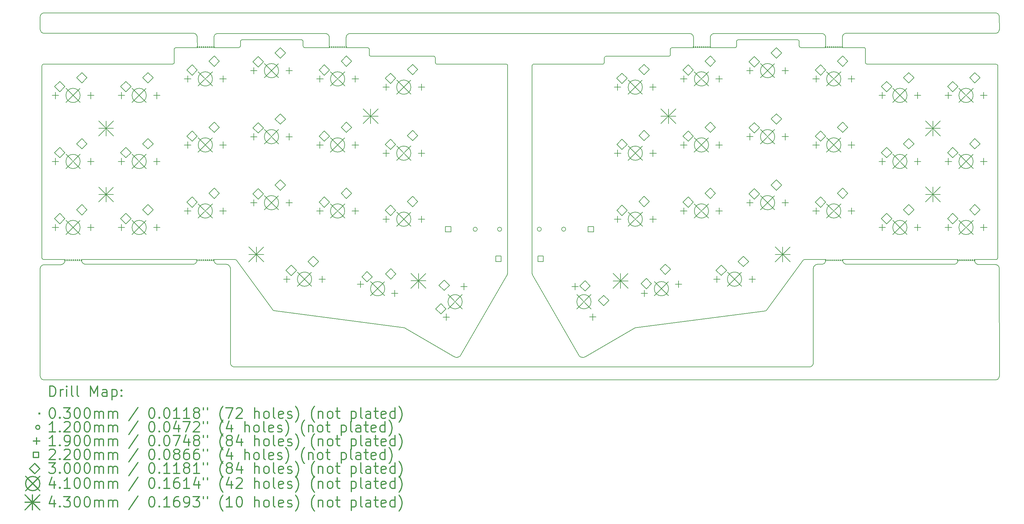
<source format=gbr>
%FSLAX45Y45*%
G04 Gerber Fmt 4.5, Leading zero omitted, Abs format (unit mm)*
G04 Created by KiCad (PCBNEW (5.1.10-1-10_14)) date 2021-12-22 18:05:12*
%MOMM*%
%LPD*%
G01*
G04 APERTURE LIST*
%TA.AperFunction,Profile*%
%ADD10C,0.200000*%
%TD*%
%ADD11C,0.200000*%
%ADD12C,0.300000*%
G04 APERTURE END LIST*
D10*
X11526550Y-10267000D02*
X11506380Y-10261577D01*
X11506380Y-10261577D02*
X11485928Y-10257400D01*
X11485928Y-10257400D02*
X11465252Y-10254478D01*
X11465252Y-10254478D02*
X11461094Y-10254046D01*
X6704390Y-8316663D02*
X6687037Y-8305365D01*
X6687037Y-8305365D02*
X6669034Y-8302007D01*
X7758693Y-9762379D02*
X7776048Y-9773662D01*
X7776048Y-9773662D02*
X7794049Y-9777009D01*
X14471321Y-8761772D02*
X14480269Y-8743885D01*
X14480269Y-8743885D02*
X14487817Y-8722423D01*
X14487817Y-8722423D02*
X14492435Y-8700159D01*
X14492435Y-8700159D02*
X14494044Y-8677390D01*
X14494044Y-8677390D02*
X14494030Y-8674523D01*
X10518882Y-2401771D02*
X10518882Y-2251911D01*
X12369016Y-2451809D02*
X10568920Y-2451809D01*
X14494030Y-2727017D02*
X14489097Y-2705348D01*
X14489097Y-2705348D02*
X14475836Y-2688448D01*
X14475836Y-2688448D02*
X14456533Y-2678606D01*
X14456533Y-2678606D02*
X14444042Y-2677030D01*
X14493978Y-2726890D02*
X14493978Y-8674295D01*
X5571750Y-8302031D02*
X2256750Y-8302031D01*
X1119037Y-2727017D02*
X1118860Y-8251893D01*
X4868912Y-2676853D02*
X1169050Y-2677030D01*
X8568926Y-1976829D02*
X6868906Y-1976829D01*
X8618964Y-2151835D02*
X8618964Y-2026867D01*
X10468844Y-2201873D02*
X9856750Y-2201873D01*
X11526550Y-10267000D02*
X12955958Y-11093108D01*
X12418800Y-2501847D02*
X12419029Y-2627018D01*
X12419029Y-2502024D02*
X12414103Y-2480346D01*
X12414103Y-2480346D02*
X12400843Y-2463438D01*
X12400843Y-2463438D02*
X12381538Y-2453590D01*
X12381538Y-2453590D02*
X12369042Y-2452012D01*
X4918950Y-2251911D02*
X4918950Y-2626815D01*
X6768830Y-2201873D02*
X6057750Y-2201873D01*
X6819046Y-2027019D02*
X6818868Y-2151835D01*
X14443940Y-2676853D02*
X12469041Y-2677030D01*
X1119037Y-8252020D02*
X1123973Y-8273696D01*
X1123973Y-8273696D02*
X1137242Y-8290598D01*
X1137242Y-8290598D02*
X1156553Y-8300436D01*
X1156553Y-8300436D02*
X1169049Y-8302007D01*
X1169049Y-8302007D02*
X1169050Y-8302007D01*
X1169050Y-2677030D02*
X1147372Y-2681955D01*
X1147372Y-2681955D02*
X1130463Y-2695215D01*
X1130463Y-2695215D02*
X1120615Y-2714522D01*
X1120615Y-2714522D02*
X1119037Y-2727017D01*
X1119037Y-2727017D02*
X1119037Y-2727017D01*
X4869039Y-2677030D02*
X4890717Y-2672105D01*
X4890717Y-2672105D02*
X4907626Y-2658844D01*
X4907626Y-2658844D02*
X4917474Y-2639538D01*
X4917474Y-2639538D02*
X4919051Y-2627043D01*
X4919051Y-2627043D02*
X4919051Y-2627018D01*
X4969038Y-2202025D02*
X4947369Y-2206958D01*
X4947369Y-2206958D02*
X4930469Y-2220219D01*
X4930469Y-2220219D02*
X4920627Y-2239521D01*
X4920627Y-2239521D02*
X4919051Y-2252013D01*
X6769033Y-2202025D02*
X6790712Y-2197100D01*
X6790712Y-2197100D02*
X6807620Y-2183840D01*
X6807620Y-2183840D02*
X6817468Y-2164533D01*
X6817468Y-2164533D02*
X6819046Y-2152038D01*
X6819046Y-2152038D02*
X6819046Y-2152013D01*
X6869033Y-1977007D02*
X6847357Y-1981943D01*
X6847357Y-1981943D02*
X6830455Y-1995212D01*
X6830455Y-1995212D02*
X6820616Y-2014523D01*
X6820616Y-2014523D02*
X6819046Y-2027019D01*
X6819046Y-2027019D02*
X6819046Y-2027019D01*
X8619041Y-2027019D02*
X8614116Y-2005341D01*
X8614116Y-2005341D02*
X8600855Y-1988432D01*
X8600855Y-1988432D02*
X8581549Y-1978584D01*
X8581549Y-1978584D02*
X8569053Y-1977007D01*
X8619041Y-2152013D02*
X8623966Y-2173691D01*
X8623966Y-2173691D02*
X8637226Y-2190600D01*
X8637226Y-2190600D02*
X8656533Y-2200448D01*
X8656533Y-2200448D02*
X8669028Y-2202025D01*
X8669028Y-2202025D02*
X8669053Y-2202025D01*
X10519035Y-2252013D02*
X10514102Y-2230343D01*
X10514102Y-2230343D02*
X10500841Y-2213444D01*
X10500841Y-2213444D02*
X10481539Y-2203601D01*
X10481539Y-2203601D02*
X10469048Y-2202025D01*
X10519035Y-2402025D02*
X10523971Y-2423700D01*
X10523971Y-2423700D02*
X10537240Y-2440602D01*
X10537240Y-2440602D02*
X10556551Y-2450441D01*
X10556551Y-2450441D02*
X10569047Y-2452012D01*
X13148770Y-11055161D02*
X14471372Y-8761925D01*
X13148460Y-11055623D02*
X13148770Y-11055161D01*
X12955958Y-11093108D02*
X12974364Y-11103587D01*
X12974364Y-11103587D02*
X12993639Y-11110987D01*
X12993639Y-11110987D02*
X13013456Y-11115372D01*
X13013456Y-11115372D02*
X13033490Y-11116805D01*
X13033490Y-11116805D02*
X13059973Y-11114234D01*
X13059973Y-11114234D02*
X13085486Y-11106679D01*
X13085486Y-11106679D02*
X13103518Y-11097834D01*
X13103518Y-11097834D02*
X13120242Y-11086333D01*
X13120242Y-11086333D02*
X13135332Y-11072242D01*
X13135332Y-11072242D02*
X13148460Y-11055623D01*
X7794049Y-9777009D02*
X11461094Y-10254046D01*
X6704390Y-8316663D02*
X7758693Y-9762379D01*
X12419029Y-2627018D02*
X12423954Y-2648696D01*
X12423954Y-2648696D02*
X12437215Y-2665605D01*
X12437215Y-2665605D02*
X12456521Y-2675453D01*
X12456521Y-2675453D02*
X12469017Y-2677030D01*
X12469017Y-2677030D02*
X12469041Y-2677030D01*
X8669053Y-2202025D02*
X9372750Y-2202025D01*
X4969038Y-2202025D02*
X5581750Y-2202025D01*
X1169050Y-8302007D02*
X1780750Y-8302031D01*
X6669034Y-8302007D02*
X6055750Y-8302107D01*
X23020466Y-8302807D02*
X23632750Y-8302807D01*
X28520450Y-8302807D02*
X27907750Y-8302807D01*
X24720462Y-2202825D02*
X24107750Y-2202825D01*
X21020447Y-2202825D02*
X20316750Y-2202825D01*
X17220483Y-2677830D02*
X17220459Y-2677830D01*
X17270471Y-2627818D02*
X17265546Y-2649496D01*
X17265546Y-2649496D02*
X17252285Y-2666405D01*
X17252285Y-2666405D02*
X17232978Y-2676253D01*
X17232978Y-2676253D02*
X17220483Y-2677830D01*
X22985109Y-8317463D02*
X21930807Y-9763179D01*
X21930807Y-9763179D02*
X21913452Y-9774462D01*
X21913452Y-9774462D02*
X21895451Y-9777809D01*
X21895451Y-9777809D02*
X18228406Y-10254846D01*
X16733542Y-11093908D02*
X16715136Y-11104387D01*
X16715136Y-11104387D02*
X16695861Y-11111787D01*
X16695861Y-11111787D02*
X16676044Y-11116172D01*
X16676044Y-11116172D02*
X16656010Y-11117605D01*
X16656010Y-11117605D02*
X16629527Y-11115034D01*
X16629527Y-11115034D02*
X16604014Y-11107479D01*
X16604014Y-11107479D02*
X16585982Y-11098634D01*
X16585982Y-11098634D02*
X16569258Y-11087133D01*
X16569258Y-11087133D02*
X16554168Y-11073042D01*
X16554168Y-11073042D02*
X16541040Y-11056423D01*
X16541040Y-11056423D02*
X16540730Y-11055961D01*
X16540730Y-11055961D02*
X15218128Y-8762725D01*
X19170465Y-2402825D02*
X19165529Y-2424500D01*
X19165529Y-2424500D02*
X19152260Y-2441402D01*
X19152260Y-2441402D02*
X19132949Y-2451241D01*
X19132949Y-2451241D02*
X19120453Y-2452812D01*
X19170465Y-2252813D02*
X19175398Y-2231143D01*
X19175398Y-2231143D02*
X19188659Y-2214244D01*
X19188659Y-2214244D02*
X19207961Y-2204401D01*
X19207961Y-2204401D02*
X19220452Y-2202825D01*
X21020472Y-2202825D02*
X21020447Y-2202825D01*
X21070459Y-2152813D02*
X21065534Y-2174491D01*
X21065534Y-2174491D02*
X21052274Y-2191400D01*
X21052274Y-2191400D02*
X21032967Y-2201248D01*
X21032967Y-2201248D02*
X21020472Y-2202825D01*
X21070459Y-2027819D02*
X21075384Y-2006141D01*
X21075384Y-2006141D02*
X21088645Y-1989232D01*
X21088645Y-1989232D02*
X21107951Y-1979384D01*
X21107951Y-1979384D02*
X21120447Y-1977807D01*
X22870454Y-2027819D02*
X22870454Y-2027819D01*
X22820467Y-1977807D02*
X22842143Y-1982743D01*
X22842143Y-1982743D02*
X22859045Y-1996012D01*
X22859045Y-1996012D02*
X22868883Y-2015323D01*
X22868883Y-2015323D02*
X22870454Y-2027819D01*
X22870454Y-2152838D02*
X22870454Y-2152813D01*
X22920466Y-2202825D02*
X22898788Y-2197900D01*
X22898788Y-2197900D02*
X22881880Y-2184640D01*
X22881880Y-2184640D02*
X22872032Y-2165333D01*
X22872032Y-2165333D02*
X22870454Y-2152838D01*
X24720462Y-2202825D02*
X24742131Y-2207758D01*
X24742131Y-2207758D02*
X24759030Y-2221019D01*
X24759030Y-2221019D02*
X24768873Y-2240321D01*
X24768873Y-2240321D02*
X24770449Y-2252813D01*
X24770449Y-2627843D02*
X24770449Y-2627818D01*
X24820461Y-2677830D02*
X24798783Y-2672905D01*
X24798783Y-2672905D02*
X24781874Y-2659644D01*
X24781874Y-2659644D02*
X24772026Y-2640338D01*
X24772026Y-2640338D02*
X24770449Y-2627843D01*
X28570463Y-2727817D02*
X28570463Y-2727817D01*
X28520450Y-2677830D02*
X28542128Y-2682755D01*
X28542128Y-2682755D02*
X28559037Y-2696015D01*
X28559037Y-2696015D02*
X28568885Y-2715322D01*
X28568885Y-2715322D02*
X28570463Y-2727817D01*
X28520451Y-8302807D02*
X28520450Y-8302807D01*
X28570463Y-8252820D02*
X28565527Y-8274496D01*
X28565527Y-8274496D02*
X28552258Y-8291398D01*
X28552258Y-8291398D02*
X28532947Y-8301236D01*
X28532947Y-8301236D02*
X28520451Y-8302807D01*
X22985109Y-8317463D02*
X23002462Y-8306165D01*
X23002462Y-8306165D02*
X23020466Y-8302807D01*
X15245559Y-2677653D02*
X17220459Y-2677830D01*
X22870632Y-2027667D02*
X22870632Y-2152635D01*
X22920670Y-2202673D02*
X23631750Y-2202673D01*
X24770550Y-2252711D02*
X24770550Y-2627615D01*
X17270471Y-2502824D02*
X17275397Y-2481146D01*
X17275397Y-2481146D02*
X17288657Y-2464238D01*
X17288657Y-2464238D02*
X17307962Y-2454390D01*
X17307962Y-2454390D02*
X17320458Y-2452812D01*
X17270700Y-2502647D02*
X17270471Y-2627818D01*
X18162950Y-10267800D02*
X16733542Y-11093908D01*
X19220656Y-2202673D02*
X19832750Y-2202673D01*
X21070536Y-2152635D02*
X21070536Y-2027667D01*
X21120574Y-1977629D02*
X22820594Y-1977629D01*
X24820588Y-2677653D02*
X28520450Y-2677830D01*
X28570463Y-2727817D02*
X28570640Y-8252693D01*
X24117750Y-8302731D02*
X27432750Y-8302731D01*
X15195522Y-2727690D02*
X15195522Y-8675095D01*
X15195470Y-2727817D02*
X15200402Y-2706148D01*
X15200402Y-2706148D02*
X15213664Y-2689248D01*
X15213664Y-2689248D02*
X15232967Y-2679406D01*
X15232967Y-2679406D02*
X15245458Y-2677830D01*
X17320484Y-2452609D02*
X19120580Y-2452609D01*
X19170618Y-2402571D02*
X19170618Y-2252711D01*
X15218179Y-8762572D02*
X15209231Y-8744685D01*
X15209231Y-8744685D02*
X15201683Y-8723223D01*
X15201683Y-8723223D02*
X15197065Y-8700959D01*
X15197065Y-8700959D02*
X15195456Y-8678190D01*
X15195456Y-8678190D02*
X15195470Y-8675323D01*
X18162950Y-10267800D02*
X18183119Y-10262377D01*
X18183119Y-10262377D02*
X18203571Y-10258200D01*
X18203571Y-10258200D02*
X18224248Y-10255278D01*
X18224248Y-10255278D02*
X18228406Y-10254846D01*
X2256250Y-8325300D02*
X2258600Y-8347600D01*
X2256250Y-8324700D02*
X2256250Y-8325300D01*
X2256750Y-8302031D02*
X2256250Y-8324700D01*
X1778860Y-8348800D02*
X1778770Y-8349300D01*
X1778960Y-8348400D02*
X1778860Y-8348800D01*
X1778960Y-8348300D02*
X1778960Y-8348400D01*
X1778960Y-8348300D02*
X1778960Y-8348300D01*
X1778960Y-8348300D02*
X1778960Y-8348300D01*
X1781230Y-8325200D02*
X1778960Y-8348300D01*
X1781230Y-8325200D02*
X1781230Y-8325200D01*
X1781250Y-8325000D02*
X1781230Y-8325200D01*
X1780750Y-8302031D02*
X1781250Y-8325000D01*
X1068750Y-8562500D02*
X1068750Y-11649700D01*
X28619450Y-8560800D02*
X28619550Y-11648600D01*
X6582070Y-11374500D02*
X6601660Y-11384900D01*
X19798350Y-1830660D02*
X19781150Y-1816630D01*
X19781150Y-1816630D02*
X19761550Y-1806210D01*
X28586450Y-11729000D02*
X28600450Y-11711800D01*
X28030250Y-8447600D02*
X28007150Y-8445300D01*
X6056250Y-1912500D02*
X6057750Y-2201873D01*
X6058440Y-1890160D02*
X6056250Y-1912500D01*
X6064860Y-1868910D02*
X6058440Y-1890160D01*
X6075280Y-1849320D02*
X6064860Y-1868910D01*
X6089300Y-1832120D02*
X6075280Y-1849320D01*
X6106410Y-1817970D02*
X6089300Y-1832120D01*
X6125930Y-1807410D02*
X6106410Y-1817970D01*
X6147130Y-1800850D02*
X6125930Y-1807410D01*
X6169440Y-1798500D02*
X6147130Y-1800850D01*
X6170020Y-1798500D02*
X6169440Y-1798500D01*
X9257260Y-1798500D02*
X6170020Y-1798500D01*
X9279590Y-1800690D02*
X9257260Y-1798500D01*
X9300840Y-1807110D02*
X9279590Y-1800690D01*
X9320430Y-1817530D02*
X9300840Y-1807110D01*
X9337630Y-1831560D02*
X9320430Y-1817530D01*
X9351780Y-1848660D02*
X9337630Y-1831560D01*
X9362340Y-1868180D02*
X9351780Y-1848660D01*
X9368900Y-1889380D02*
X9362340Y-1868180D01*
X9371250Y-1911690D02*
X9368900Y-1889380D01*
X9371250Y-1912270D02*
X9371250Y-1911690D01*
X9372750Y-2202025D02*
X9371250Y-1912270D01*
X20317050Y-1911600D02*
X20316750Y-2202825D01*
X20319150Y-1889260D02*
X20317050Y-1911600D01*
X20325650Y-1868010D02*
X20319150Y-1889260D01*
X20336050Y-1848420D02*
X20325650Y-1868010D01*
X20350050Y-1831220D02*
X20336050Y-1848420D01*
X20367150Y-1817070D02*
X20350050Y-1831220D01*
X20386650Y-1806510D02*
X20367150Y-1817070D01*
X20407850Y-1799950D02*
X20386650Y-1806510D01*
X20430150Y-1797600D02*
X20407850Y-1799950D01*
X20430750Y-1797600D02*
X20430150Y-1797600D01*
X23518050Y-1797600D02*
X20430750Y-1797600D01*
X23540350Y-1799790D02*
X23518050Y-1797600D01*
X23561550Y-1806210D02*
X23540350Y-1799790D01*
X23581150Y-1816630D02*
X23561550Y-1806210D01*
X23598350Y-1830660D02*
X23581150Y-1816630D01*
X23612550Y-1847760D02*
X23598350Y-1830660D01*
X23623050Y-1867280D02*
X23612550Y-1847760D01*
X23629650Y-1888480D02*
X23623050Y-1867280D01*
X23631950Y-1910790D02*
X23629650Y-1888480D01*
X23631950Y-1911370D02*
X23631950Y-1910790D01*
X23631750Y-2202673D02*
X23631950Y-1911370D01*
X5571250Y-8324500D02*
X5571750Y-8302031D01*
X5569060Y-8346800D02*
X5571250Y-8324500D01*
X5562640Y-8368100D02*
X5569060Y-8346800D01*
X5552220Y-8387700D02*
X5562640Y-8368100D01*
X5538200Y-8404900D02*
X5552220Y-8387700D01*
X5521090Y-8419000D02*
X5538200Y-8404900D01*
X5501570Y-8429600D02*
X5521090Y-8419000D01*
X5480370Y-8436200D02*
X5501570Y-8429600D01*
X5458060Y-8438500D02*
X5480370Y-8436200D01*
X5457480Y-8438500D02*
X5458060Y-8438500D01*
X2370240Y-8438500D02*
X5457480Y-8438500D01*
X2347910Y-8436300D02*
X2370240Y-8438500D01*
X2326660Y-8429900D02*
X2347910Y-8436300D01*
X2307070Y-8419500D02*
X2326660Y-8429900D01*
X2289860Y-8405400D02*
X2307070Y-8419500D01*
X2275720Y-8388300D02*
X2289860Y-8405400D01*
X2265160Y-8368800D02*
X2275720Y-8388300D01*
X2258600Y-8347600D02*
X2265160Y-8368800D01*
X27431950Y-8323600D02*
X27432750Y-8302731D01*
X27429850Y-8345900D02*
X27431950Y-8323600D01*
X27423350Y-8367200D02*
X27429850Y-8345900D01*
X27412950Y-8386800D02*
X27423350Y-8367200D01*
X27398950Y-8404000D02*
X27412950Y-8386800D01*
X27381850Y-8418100D02*
X27398950Y-8404000D01*
X27362350Y-8428700D02*
X27381850Y-8418100D01*
X27341150Y-8435300D02*
X27362350Y-8428700D01*
X27318850Y-8437600D02*
X27341150Y-8435300D01*
X27318250Y-8437600D02*
X27318850Y-8437600D01*
X24230950Y-8437600D02*
X27318250Y-8437600D01*
X24208650Y-8435400D02*
X24230950Y-8437600D01*
X24187450Y-8429000D02*
X24208650Y-8435400D01*
X24167850Y-8418600D02*
X24187450Y-8429000D01*
X24150650Y-8404500D02*
X24167850Y-8418600D01*
X24136450Y-8387400D02*
X24150650Y-8404500D01*
X24125950Y-8367900D02*
X24136450Y-8387400D01*
X24119350Y-8346700D02*
X24125950Y-8367900D01*
X24117050Y-8324400D02*
X24119350Y-8346700D01*
X24117050Y-8323800D02*
X24117050Y-8324400D01*
X24117750Y-8302731D02*
X24117050Y-8323800D01*
X9856250Y-1912500D02*
X9856750Y-2201873D01*
X9858450Y-1890160D02*
X9856250Y-1912500D01*
X9864850Y-1868910D02*
X9858450Y-1890160D01*
X9875250Y-1849320D02*
X9864850Y-1868910D01*
X9889350Y-1832120D02*
X9875250Y-1849320D01*
X9906450Y-1817970D02*
X9889350Y-1832120D01*
X9925950Y-1807410D02*
X9906450Y-1817970D01*
X9947150Y-1800850D02*
X9925950Y-1807410D01*
X9969450Y-1798500D02*
X9947150Y-1800850D01*
X9970050Y-1798500D02*
X9969450Y-1798500D01*
X19718050Y-1797600D02*
X9970050Y-1798500D01*
X19740350Y-1799790D02*
X19718050Y-1797600D01*
X19761550Y-1806210D02*
X19740350Y-1799790D01*
X19812550Y-1847760D02*
X19798350Y-1830660D01*
X19823050Y-1867280D02*
X19812550Y-1847760D01*
X19829650Y-1888480D02*
X19823050Y-1867280D01*
X19831950Y-1910790D02*
X19829650Y-1888480D01*
X19831950Y-1911370D02*
X19831950Y-1910790D01*
X19832750Y-2202673D02*
X19831950Y-1911370D01*
X23632050Y-8323600D02*
X23632750Y-8302807D01*
X23629850Y-8345900D02*
X23632050Y-8323600D01*
X23623350Y-8367200D02*
X23629850Y-8345900D01*
X23612950Y-8386800D02*
X23623350Y-8367200D01*
X23598950Y-8404000D02*
X23612950Y-8386800D01*
X23581850Y-8418100D02*
X23598950Y-8404000D01*
X23562350Y-8428700D02*
X23581850Y-8418100D01*
X23541150Y-8435300D02*
X23562350Y-8428700D01*
X23518850Y-8437600D02*
X23541150Y-8435300D01*
X23518250Y-8437600D02*
X23518850Y-8437600D01*
X23399250Y-8437600D02*
X23518250Y-8437600D01*
X23399250Y-8437600D02*
X23399250Y-8437600D01*
X23398650Y-8437600D02*
X23399250Y-8437600D01*
X23398450Y-8437600D02*
X23398650Y-8437600D01*
X23398250Y-8437600D02*
X23398450Y-8437600D01*
X23398150Y-8437600D02*
X23398250Y-8437600D01*
X23375050Y-8440100D02*
X23398150Y-8437600D01*
X23374650Y-8440100D02*
X23375050Y-8440100D01*
X23374250Y-8440200D02*
X23374650Y-8440100D01*
X23374150Y-8440300D02*
X23374250Y-8440200D01*
X23374150Y-8440300D02*
X23374150Y-8440300D01*
X23352050Y-8447100D02*
X23374150Y-8440300D01*
X23351550Y-8447300D02*
X23352050Y-8447100D01*
X23351150Y-8447400D02*
X23351550Y-8447300D01*
X23351150Y-8447500D02*
X23351150Y-8447400D01*
X23351150Y-8447500D02*
X23351150Y-8447500D01*
X23351150Y-8447500D02*
X23351150Y-8447500D01*
X23330750Y-8458500D02*
X23351150Y-8447500D01*
X23330350Y-8458800D02*
X23330750Y-8458500D01*
X23329950Y-8459000D02*
X23330350Y-8458800D01*
X23329950Y-8459100D02*
X23329950Y-8459000D01*
X23312050Y-8473800D02*
X23329950Y-8459100D01*
X23311750Y-8474100D02*
X23312050Y-8473800D01*
X23311450Y-8474500D02*
X23311750Y-8474100D01*
X23311350Y-8474500D02*
X23311450Y-8474500D01*
X23296750Y-8492500D02*
X23311350Y-8474500D01*
X23296450Y-8492900D02*
X23296750Y-8492500D01*
X23296250Y-8493200D02*
X23296450Y-8492900D01*
X23296150Y-8493300D02*
X23296250Y-8493200D01*
X23296150Y-8493300D02*
X23296150Y-8493300D01*
X23296150Y-8493300D02*
X23296150Y-8493300D01*
X23285250Y-8513800D02*
X23296150Y-8493300D01*
X23285150Y-8514200D02*
X23285250Y-8513800D01*
X23284950Y-8514600D02*
X23285150Y-8514200D01*
X23284950Y-8514700D02*
X23284950Y-8514600D01*
X23278250Y-8536800D02*
X23284950Y-8514700D01*
X23278150Y-8537300D02*
X23278250Y-8536800D01*
X23278050Y-8537700D02*
X23278150Y-8537300D01*
X23278050Y-8537800D02*
X23278050Y-8537700D01*
X23278050Y-8537800D02*
X23278050Y-8537800D01*
X23278050Y-8537800D02*
X23278050Y-8537800D01*
X23275750Y-8560900D02*
X23278050Y-8537800D01*
X23275750Y-8560900D02*
X23275750Y-8560900D01*
X23275750Y-8561100D02*
X23275750Y-8560900D01*
X23275750Y-11278600D02*
X23275750Y-8561100D01*
X23273550Y-11300900D02*
X23275750Y-11278600D01*
X23267150Y-11322200D02*
X23273550Y-11300900D01*
X23256750Y-11341800D02*
X23267150Y-11322200D01*
X23242650Y-11359000D02*
X23256750Y-11341800D01*
X23225550Y-11373100D02*
X23242650Y-11359000D01*
X23206050Y-11383700D02*
X23225550Y-11373100D01*
X23184850Y-11390300D02*
X23206050Y-11383700D01*
X23162550Y-11392600D02*
X23184850Y-11390300D01*
X23161950Y-11392600D02*
X23162550Y-11392600D01*
X6645450Y-11393400D02*
X23161950Y-11392600D01*
X6622910Y-11391300D02*
X6645240Y-11393500D01*
X6601660Y-11384900D02*
X6622910Y-11391300D01*
X6564860Y-11360400D02*
X6582070Y-11374500D01*
X6550720Y-11343300D02*
X6564860Y-11360400D01*
X6540160Y-11323800D02*
X6550720Y-11343300D01*
X6533600Y-11302600D02*
X6540160Y-11323800D01*
X6531250Y-11280300D02*
X6533600Y-11302600D01*
X6531250Y-11279700D02*
X6531250Y-11280300D01*
X6531250Y-8562000D02*
X6531250Y-11279700D01*
X6531250Y-8562000D02*
X6531250Y-8562000D01*
X6531250Y-8561400D02*
X6531250Y-8562000D01*
X6531220Y-8561200D02*
X6531250Y-8561400D01*
X6531230Y-8561000D02*
X6531220Y-8561200D01*
X6531220Y-8560900D02*
X6531230Y-8561000D01*
X6528800Y-8537900D02*
X6531220Y-8560900D01*
X6528710Y-8537400D02*
X6528800Y-8537900D01*
X6528620Y-8537000D02*
X6528710Y-8537400D01*
X6528600Y-8536900D02*
X6528620Y-8537000D01*
X6521750Y-8514800D02*
X6528600Y-8536900D01*
X6521570Y-8514300D02*
X6521750Y-8514800D01*
X6521400Y-8513900D02*
X6521570Y-8514300D01*
X6521370Y-8513900D02*
X6521400Y-8513900D01*
X6521370Y-8513900D02*
X6521370Y-8513900D01*
X6521370Y-8513900D02*
X6521370Y-8513900D01*
X6510350Y-8493500D02*
X6521370Y-8513900D01*
X6510090Y-8493100D02*
X6510350Y-8493500D01*
X6509840Y-8492700D02*
X6510090Y-8493100D01*
X6509800Y-8492700D02*
X6509840Y-8492700D01*
X6495030Y-8474800D02*
X6509800Y-8492700D01*
X6494700Y-8474500D02*
X6495030Y-8474800D01*
X6494390Y-8474200D02*
X6494700Y-8474500D01*
X6494340Y-8474100D02*
X6494390Y-8474200D01*
X6476380Y-8459500D02*
X6494340Y-8474100D01*
X6476000Y-8459200D02*
X6476380Y-8459500D01*
X6475620Y-8459000D02*
X6476000Y-8459200D01*
X6475560Y-8458900D02*
X6475620Y-8459000D01*
X6475560Y-8458900D02*
X6475560Y-8458900D01*
X6475560Y-8458900D02*
X6475560Y-8458900D01*
X6455100Y-8448000D02*
X6475560Y-8458900D01*
X6454680Y-8447900D02*
X6455100Y-8448000D01*
X6454260Y-8447700D02*
X6454680Y-8447900D01*
X6454200Y-8447700D02*
X6454260Y-8447700D01*
X6432010Y-8441000D02*
X6454200Y-8447700D01*
X6431560Y-8440900D02*
X6432010Y-8441000D01*
X6431120Y-8440800D02*
X6431560Y-8440900D01*
X6431050Y-8440800D02*
X6431120Y-8440800D01*
X6431050Y-8440800D02*
X6431050Y-8440800D01*
X6431050Y-8440800D02*
X6431050Y-8440800D01*
X6407990Y-8438500D02*
X6431050Y-8440800D01*
X6407990Y-8438500D02*
X6407990Y-8438500D01*
X6407740Y-8438500D02*
X6407990Y-8438500D01*
X6170240Y-8438500D02*
X6407740Y-8438500D01*
X6147910Y-8436300D02*
X6170240Y-8438500D01*
X6126660Y-8429900D02*
X6147910Y-8436300D01*
X6107070Y-8419500D02*
X6126660Y-8429900D01*
X6089860Y-8405400D02*
X6107070Y-8419500D01*
X6075720Y-8388300D02*
X6089860Y-8405400D01*
X6065160Y-8368800D02*
X6075720Y-8388300D01*
X6058600Y-8347600D02*
X6065160Y-8368800D01*
X6056250Y-8325300D02*
X6058600Y-8347600D01*
X6056250Y-8324700D02*
X6056250Y-8325300D01*
X6055750Y-8302107D02*
X6056250Y-8324700D01*
X5581250Y-1912010D02*
X5581750Y-2202025D01*
X5581250Y-1912000D02*
X5581250Y-1912010D01*
X5581250Y-1911410D02*
X5581250Y-1912000D01*
X5581220Y-1911190D02*
X5581250Y-1911410D01*
X5581230Y-1910970D02*
X5581220Y-1911190D01*
X5581220Y-1910900D02*
X5581230Y-1910970D01*
X5578800Y-1887850D02*
X5581220Y-1910900D01*
X5578710Y-1887410D02*
X5578800Y-1887850D01*
X5578620Y-1886960D02*
X5578710Y-1887410D01*
X5578600Y-1886900D02*
X5578620Y-1886960D01*
X5571750Y-1864760D02*
X5578600Y-1886900D01*
X5571570Y-1864340D02*
X5571750Y-1864760D01*
X5571400Y-1863920D02*
X5571570Y-1864340D01*
X5571370Y-1863860D02*
X5571400Y-1863920D01*
X5571370Y-1863860D02*
X5571370Y-1863860D01*
X5571370Y-1863860D02*
X5571370Y-1863860D01*
X5560350Y-1843470D02*
X5571370Y-1863860D01*
X5560090Y-1843090D02*
X5560350Y-1843470D01*
X5559840Y-1842710D02*
X5560090Y-1843090D01*
X5559800Y-1842660D02*
X5559840Y-1842710D01*
X5545030Y-1824800D02*
X5559800Y-1842660D01*
X5544700Y-1824480D02*
X5545030Y-1824800D01*
X5544390Y-1824160D02*
X5544700Y-1824480D01*
X5544340Y-1824120D02*
X5544390Y-1824160D01*
X5526380Y-1809470D02*
X5544340Y-1824120D01*
X5526000Y-1809220D02*
X5526380Y-1809470D01*
X5525620Y-1808960D02*
X5526000Y-1809220D01*
X5525560Y-1808930D02*
X5525620Y-1808960D01*
X5525560Y-1808930D02*
X5525560Y-1808930D01*
X5525560Y-1808930D02*
X5525560Y-1808930D01*
X5505100Y-1798050D02*
X5525560Y-1808930D01*
X5504680Y-1797870D02*
X5505100Y-1798050D01*
X5504260Y-1797700D02*
X5504680Y-1797870D01*
X5504200Y-1797680D02*
X5504260Y-1797700D01*
X5482010Y-1790980D02*
X5504200Y-1797680D01*
X5481560Y-1790890D02*
X5482010Y-1790980D01*
X5481120Y-1790790D02*
X5481560Y-1790890D01*
X5481050Y-1790790D02*
X5481120Y-1790790D01*
X5481050Y-1790790D02*
X5481050Y-1790790D01*
X5481050Y-1790790D02*
X5481050Y-1790790D01*
X5457990Y-1788530D02*
X5481050Y-1790790D01*
X5457990Y-1788530D02*
X5457990Y-1788530D01*
X5457740Y-1788500D02*
X5457990Y-1788530D01*
X1182740Y-1788500D02*
X5457740Y-1788500D01*
X1160410Y-1786310D02*
X1182740Y-1788500D01*
X1139160Y-1779900D02*
X1160410Y-1786310D01*
X1119570Y-1769480D02*
X1139160Y-1779900D01*
X1102360Y-1755450D02*
X1119570Y-1769480D01*
X1088220Y-1738350D02*
X1102360Y-1755450D01*
X1077660Y-1718820D02*
X1088220Y-1738350D01*
X1071100Y-1697620D02*
X1077660Y-1718820D01*
X1068750Y-1675310D02*
X1071100Y-1697620D01*
X1068750Y-1674730D02*
X1068750Y-1675310D01*
X1068750Y-1318750D02*
X1068750Y-1674730D01*
X1070940Y-1296410D02*
X1068750Y-1318750D01*
X1077360Y-1275160D02*
X1070940Y-1296410D01*
X1087780Y-1255570D02*
X1077360Y-1275160D01*
X1101800Y-1238370D02*
X1087780Y-1255570D01*
X1118910Y-1224220D02*
X1101800Y-1238370D01*
X1138430Y-1213660D02*
X1118910Y-1224220D01*
X1159630Y-1207100D02*
X1138430Y-1213660D01*
X1181940Y-1204750D02*
X1159630Y-1207100D01*
X1182520Y-1204750D02*
X1181940Y-1204750D01*
X28505550Y-1203850D02*
X1182520Y-1204750D01*
X28527850Y-1206040D02*
X28505550Y-1203850D01*
X28549050Y-1212460D02*
X28527850Y-1206040D01*
X28568650Y-1222880D02*
X28549050Y-1212460D01*
X28585850Y-1236910D02*
X28568650Y-1222880D01*
X28600050Y-1254010D02*
X28585850Y-1236910D01*
X28610550Y-1273530D02*
X28600050Y-1254010D01*
X28617150Y-1294730D02*
X28610550Y-1273530D01*
X28619450Y-1317040D02*
X28617150Y-1294730D01*
X28619450Y-1317620D02*
X28619450Y-1317040D01*
X28619550Y-1673610D02*
X28619450Y-1317620D01*
X28617350Y-1695940D02*
X28619550Y-1673610D01*
X28610850Y-1717190D02*
X28617350Y-1695940D01*
X28600450Y-1736790D02*
X28610850Y-1717190D01*
X28586450Y-1753990D02*
X28600450Y-1736790D01*
X28569350Y-1768140D02*
X28586450Y-1753990D01*
X28549850Y-1778690D02*
X28569350Y-1768140D01*
X28528650Y-1785260D02*
X28549850Y-1778690D01*
X28506350Y-1787600D02*
X28528650Y-1785260D01*
X28505750Y-1787600D02*
X28506350Y-1787600D01*
X24230550Y-1787600D02*
X28505750Y-1787600D01*
X24230450Y-1787600D02*
X24230550Y-1787600D01*
X24229950Y-1787600D02*
X24230450Y-1787600D01*
X24229650Y-1787630D02*
X24229950Y-1787600D01*
X24229450Y-1787630D02*
X24229650Y-1787630D01*
X24229350Y-1787630D02*
X24229450Y-1787630D01*
X24206350Y-1790050D02*
X24229350Y-1787630D01*
X24205950Y-1790150D02*
X24206350Y-1790050D01*
X24205450Y-1790230D02*
X24205950Y-1790150D01*
X24205350Y-1790250D02*
X24205450Y-1790230D01*
X24205350Y-1790250D02*
X24205350Y-1790250D01*
X24183250Y-1797100D02*
X24205350Y-1790250D01*
X24182850Y-1797280D02*
X24183250Y-1797100D01*
X24182450Y-1797450D02*
X24182850Y-1797280D01*
X24182350Y-1797480D02*
X24182450Y-1797450D01*
X24182350Y-1797480D02*
X24182350Y-1797480D01*
X24182350Y-1797480D02*
X24182350Y-1797480D01*
X24161950Y-1808510D02*
X24182350Y-1797480D01*
X24161550Y-1808760D02*
X24161950Y-1808510D01*
X24161250Y-1809010D02*
X24161550Y-1808760D01*
X24161150Y-1809050D02*
X24161250Y-1809010D01*
X24143350Y-1823820D02*
X24161150Y-1809050D01*
X24142950Y-1824150D02*
X24143350Y-1823820D01*
X24142650Y-1824460D02*
X24142950Y-1824150D01*
X24142650Y-1824520D02*
X24142650Y-1824460D01*
X24127950Y-1842480D02*
X24142650Y-1824520D01*
X24127750Y-1842850D02*
X24127950Y-1842480D01*
X24127450Y-1843230D02*
X24127750Y-1842850D01*
X24127450Y-1843290D02*
X24127450Y-1843230D01*
X24127450Y-1843290D02*
X24127450Y-1843290D01*
X24127450Y-1843290D02*
X24127450Y-1843290D01*
X24116550Y-1863750D02*
X24127450Y-1843290D01*
X24116350Y-1864170D02*
X24116550Y-1863750D01*
X24116150Y-1864590D02*
X24116350Y-1864170D01*
X24116150Y-1864650D02*
X24116150Y-1864590D01*
X24109450Y-1886840D02*
X24116150Y-1864650D01*
X24109350Y-1887290D02*
X24109450Y-1886840D01*
X24109250Y-1887730D02*
X24109350Y-1887290D01*
X24109250Y-1887800D02*
X24109250Y-1887730D01*
X24109250Y-1887800D02*
X24109250Y-1887800D01*
X24109250Y-1887800D02*
X24109250Y-1887800D01*
X24107050Y-1910860D02*
X24109250Y-1887800D01*
X24106950Y-1911110D02*
X24107050Y-1910860D01*
X24107750Y-2202825D02*
X24106950Y-1911110D01*
X27906950Y-8324100D02*
X27907750Y-8302807D01*
X27907050Y-8324100D02*
X27906950Y-8324100D01*
X27907050Y-8324700D02*
X27907050Y-8324100D01*
X27907050Y-8324900D02*
X27907050Y-8324700D01*
X27907050Y-8325100D02*
X27907050Y-8324900D01*
X27907050Y-8325200D02*
X27907050Y-8325100D01*
X27909450Y-8348300D02*
X27907050Y-8325200D01*
X27909550Y-8348700D02*
X27909450Y-8348300D01*
X27909650Y-8349100D02*
X27909550Y-8348700D01*
X27909650Y-8349200D02*
X27909650Y-8349100D01*
X27916550Y-8371300D02*
X27909650Y-8349200D01*
X27916650Y-8371800D02*
X27916550Y-8371300D01*
X27916850Y-8372200D02*
X27916650Y-8371800D01*
X27916850Y-8372200D02*
X27916850Y-8372200D01*
X27916850Y-8372200D02*
X27916850Y-8372200D01*
X27916850Y-8372200D02*
X27916850Y-8372200D01*
X27927950Y-8392600D02*
X27916850Y-8372200D01*
X27928150Y-8393000D02*
X27927950Y-8392600D01*
X27928450Y-8393400D02*
X27928150Y-8393000D01*
X27928450Y-8393400D02*
X27928450Y-8393400D01*
X27943250Y-8411300D02*
X27928450Y-8393400D01*
X27943550Y-8411600D02*
X27943250Y-8411300D01*
X27943850Y-8411900D02*
X27943550Y-8411600D01*
X27943950Y-8412000D02*
X27943850Y-8411900D01*
X27943950Y-8412000D02*
X27943950Y-8412000D01*
X27943950Y-8412000D02*
X27943950Y-8412000D01*
X27961850Y-8426600D02*
X27943950Y-8412000D01*
X27962250Y-8426900D02*
X27961850Y-8426600D01*
X27962650Y-8427100D02*
X27962250Y-8426900D01*
X27962650Y-8427200D02*
X27962650Y-8427100D01*
X27962650Y-8427200D02*
X27962650Y-8427200D01*
X27983150Y-8438100D02*
X27962650Y-8427200D01*
X27983550Y-8438200D02*
X27983150Y-8438100D01*
X27983950Y-8438400D02*
X27983550Y-8438200D01*
X27984050Y-8438400D02*
X27983950Y-8438400D01*
X28006250Y-8445100D02*
X27984050Y-8438400D01*
X28006650Y-8445200D02*
X28006250Y-8445100D01*
X28007150Y-8445300D02*
X28006650Y-8445200D01*
X28007150Y-8445300D02*
X28007150Y-8445300D01*
X28007150Y-8445300D02*
X28007150Y-8445300D01*
X28007150Y-8445300D02*
X28007150Y-8445300D01*
X28030250Y-8447600D02*
X28030250Y-8447600D01*
X28030550Y-8447600D02*
X28030250Y-8447600D01*
X28505550Y-8447600D02*
X28030550Y-8447600D01*
X28527850Y-8449800D02*
X28505550Y-8447600D01*
X28549050Y-8456200D02*
X28527850Y-8449800D01*
X28568650Y-8466600D02*
X28549050Y-8456200D01*
X28585850Y-8480700D02*
X28568650Y-8466600D01*
X28600050Y-8497800D02*
X28585850Y-8480700D01*
X28610550Y-8517300D02*
X28600050Y-8497800D01*
X28617150Y-8538500D02*
X28610550Y-8517300D01*
X28619450Y-8560800D02*
X28617150Y-8538500D01*
X28617350Y-11670900D02*
X28619550Y-11648600D01*
X28610850Y-11692200D02*
X28617350Y-11670900D01*
X28600450Y-11711800D02*
X28610850Y-11692200D01*
X28569350Y-11743100D02*
X28586450Y-11729000D01*
X28549850Y-11753700D02*
X28569350Y-11743100D01*
X28528650Y-11760300D02*
X28549850Y-11753700D01*
X28506350Y-11762600D02*
X28528650Y-11760300D01*
X28505750Y-11762600D02*
X28506350Y-11762600D01*
X1182740Y-11763500D02*
X28505750Y-11762600D01*
X1160410Y-11761300D02*
X1182740Y-11763500D01*
X1139160Y-11754900D02*
X1160410Y-11761300D01*
X1119570Y-11744500D02*
X1139160Y-11754900D01*
X1102360Y-11730400D02*
X1119570Y-11744500D01*
X1088220Y-11713300D02*
X1102360Y-11730400D01*
X1077660Y-11693800D02*
X1088220Y-11713300D01*
X1071100Y-11672600D02*
X1077660Y-11693800D01*
X1068750Y-11650300D02*
X1071100Y-11672600D01*
X1068750Y-11649700D02*
X1068750Y-11650300D01*
X1070940Y-8540200D02*
X1068750Y-8562500D01*
X1077360Y-8518900D02*
X1070940Y-8540200D01*
X1087780Y-8499300D02*
X1077360Y-8518900D01*
X1101800Y-8482100D02*
X1087780Y-8499300D01*
X1118910Y-8468000D02*
X1101800Y-8482100D01*
X1138430Y-8457400D02*
X1118910Y-8468000D01*
X1159630Y-8450800D02*
X1138430Y-8457400D01*
X1181940Y-8448500D02*
X1159630Y-8450800D01*
X1182520Y-8448500D02*
X1181940Y-8448500D01*
X1657740Y-8448500D02*
X1182520Y-8448500D01*
X1657750Y-8448500D02*
X1657740Y-8448500D01*
X1658350Y-8448500D02*
X1657750Y-8448500D01*
X1658560Y-8448500D02*
X1658350Y-8448500D01*
X1658780Y-8448500D02*
X1658560Y-8448500D01*
X1658850Y-8448500D02*
X1658780Y-8448500D01*
X1681900Y-8446000D02*
X1658850Y-8448500D01*
X1682350Y-8446000D02*
X1681900Y-8446000D01*
X1682790Y-8445900D02*
X1682350Y-8446000D01*
X1682860Y-8445900D02*
X1682790Y-8445900D01*
X1705000Y-8439000D02*
X1682860Y-8445900D01*
X1705420Y-8438800D02*
X1705000Y-8439000D01*
X1705830Y-8438700D02*
X1705420Y-8438800D01*
X1705900Y-8438600D02*
X1705830Y-8438700D01*
X1705900Y-8438600D02*
X1705900Y-8438600D01*
X1705900Y-8438600D02*
X1705900Y-8438600D01*
X1726280Y-8427600D02*
X1705900Y-8438600D01*
X1726660Y-8427300D02*
X1726280Y-8427600D01*
X1727040Y-8427100D02*
X1726660Y-8427300D01*
X1727090Y-8427100D02*
X1727040Y-8427100D01*
X1744950Y-8412300D02*
X1727090Y-8427100D01*
X1745270Y-8412000D02*
X1744950Y-8412300D01*
X1745590Y-8411600D02*
X1745270Y-8412000D01*
X1745640Y-8411600D02*
X1745590Y-8411600D01*
X1745640Y-8411600D02*
X1745640Y-8411600D01*
X1745640Y-8411600D02*
X1745640Y-8411600D01*
X1760280Y-8393600D02*
X1745640Y-8411600D01*
X1760540Y-8393200D02*
X1760280Y-8393600D01*
X1760790Y-8392900D02*
X1760540Y-8393200D01*
X1760820Y-8392800D02*
X1760790Y-8392900D01*
X1771700Y-8372400D02*
X1760820Y-8392800D01*
X1771880Y-8371900D02*
X1771700Y-8372400D01*
X1772060Y-8371500D02*
X1771880Y-8371900D01*
X1772080Y-8371400D02*
X1772060Y-8371500D01*
X1778770Y-8349300D02*
X1772080Y-8371400D01*
D11*
X1763750Y-8302600D02*
X1793750Y-8332600D01*
X1793750Y-8302600D02*
X1763750Y-8332600D01*
X1823125Y-8302600D02*
X1853125Y-8332600D01*
X1853125Y-8302600D02*
X1823125Y-8332600D01*
X1882500Y-8302600D02*
X1912500Y-8332600D01*
X1912500Y-8302600D02*
X1882500Y-8332600D01*
X1941875Y-8302600D02*
X1971875Y-8332600D01*
X1971875Y-8302600D02*
X1941875Y-8332600D01*
X2001250Y-8302600D02*
X2031250Y-8332600D01*
X2031250Y-8302600D02*
X2001250Y-8332600D01*
X2060625Y-8302600D02*
X2090625Y-8332600D01*
X2090625Y-8302600D02*
X2060625Y-8332600D01*
X2120000Y-8302600D02*
X2150000Y-8332600D01*
X2150000Y-8302600D02*
X2120000Y-8332600D01*
X2179375Y-8302600D02*
X2209375Y-8332600D01*
X2209375Y-8302600D02*
X2179375Y-8332600D01*
X2238750Y-8302600D02*
X2268750Y-8332600D01*
X2268750Y-8302600D02*
X2238750Y-8332600D01*
X5559850Y-8302800D02*
X5589850Y-8332800D01*
X5589850Y-8302800D02*
X5559850Y-8332800D01*
X5571175Y-2171900D02*
X5601175Y-2201900D01*
X5601175Y-2171900D02*
X5571175Y-2201900D01*
X5619225Y-8302800D02*
X5649225Y-8332800D01*
X5649225Y-8302800D02*
X5619225Y-8332800D01*
X5630550Y-2171900D02*
X5660550Y-2201900D01*
X5660550Y-2171900D02*
X5630550Y-2201900D01*
X5678600Y-8302800D02*
X5708600Y-8332800D01*
X5708600Y-8302800D02*
X5678600Y-8332800D01*
X5689925Y-2171900D02*
X5719925Y-2201900D01*
X5719925Y-2171900D02*
X5689925Y-2201900D01*
X5737975Y-8302800D02*
X5767975Y-8332800D01*
X5767975Y-8302800D02*
X5737975Y-8332800D01*
X5749300Y-2171900D02*
X5779300Y-2201900D01*
X5779300Y-2171900D02*
X5749300Y-2201900D01*
X5797350Y-8302800D02*
X5827350Y-8332800D01*
X5827350Y-8302800D02*
X5797350Y-8332800D01*
X5808675Y-2171900D02*
X5838675Y-2201900D01*
X5838675Y-2171900D02*
X5808675Y-2201900D01*
X5856725Y-8302800D02*
X5886725Y-8332800D01*
X5886725Y-8302800D02*
X5856725Y-8332800D01*
X5868050Y-2171900D02*
X5898050Y-2201900D01*
X5898050Y-2171900D02*
X5868050Y-2201900D01*
X5916100Y-8302800D02*
X5946100Y-8332800D01*
X5946100Y-8302800D02*
X5916100Y-8332800D01*
X5927425Y-2171900D02*
X5957425Y-2201900D01*
X5957425Y-2171900D02*
X5927425Y-2201900D01*
X5975475Y-8302800D02*
X6005475Y-8332800D01*
X6005475Y-8302800D02*
X5975475Y-8332800D01*
X5986800Y-2171900D02*
X6016800Y-2201900D01*
X6016800Y-2171900D02*
X5986800Y-2201900D01*
X6034850Y-8302800D02*
X6064850Y-8332800D01*
X6064850Y-8302800D02*
X6034850Y-8332800D01*
X6046175Y-2171900D02*
X6076175Y-2201900D01*
X6076175Y-2171900D02*
X6046175Y-2201900D01*
X9368250Y-2172300D02*
X9398250Y-2202300D01*
X9398250Y-2172300D02*
X9368250Y-2202300D01*
X9427625Y-2172300D02*
X9457625Y-2202300D01*
X9457625Y-2172300D02*
X9427625Y-2202300D01*
X9487000Y-2172300D02*
X9517000Y-2202300D01*
X9517000Y-2172300D02*
X9487000Y-2202300D01*
X9546375Y-2172300D02*
X9576375Y-2202300D01*
X9576375Y-2172300D02*
X9546375Y-2202300D01*
X9605750Y-2172300D02*
X9635750Y-2202300D01*
X9635750Y-2172300D02*
X9605750Y-2202300D01*
X9665125Y-2172300D02*
X9695125Y-2202300D01*
X9695125Y-2172300D02*
X9665125Y-2202300D01*
X9724500Y-2172300D02*
X9754500Y-2202300D01*
X9754500Y-2172300D02*
X9724500Y-2202300D01*
X9783875Y-2172300D02*
X9813875Y-2202300D01*
X9813875Y-2172300D02*
X9783875Y-2202300D01*
X9843250Y-2172300D02*
X9873250Y-2202300D01*
X9873250Y-2172300D02*
X9843250Y-2202300D01*
X19821250Y-2173500D02*
X19851250Y-2203500D01*
X19851250Y-2173500D02*
X19821250Y-2203500D01*
X19880625Y-2173500D02*
X19910625Y-2203500D01*
X19910625Y-2173500D02*
X19880625Y-2203500D01*
X19940000Y-2173500D02*
X19970000Y-2203500D01*
X19970000Y-2173500D02*
X19940000Y-2203500D01*
X19999375Y-2173500D02*
X20029375Y-2203500D01*
X20029375Y-2173500D02*
X19999375Y-2203500D01*
X20058750Y-2173500D02*
X20088750Y-2203500D01*
X20088750Y-2173500D02*
X20058750Y-2203500D01*
X20118125Y-2173500D02*
X20148125Y-2203500D01*
X20148125Y-2173500D02*
X20118125Y-2203500D01*
X20177500Y-2173500D02*
X20207500Y-2203500D01*
X20207500Y-2173500D02*
X20177500Y-2203500D01*
X20236875Y-2173500D02*
X20266875Y-2203500D01*
X20266875Y-2173500D02*
X20236875Y-2203500D01*
X20296250Y-2173500D02*
X20326250Y-2203500D01*
X20326250Y-2173500D02*
X20296250Y-2203500D01*
X23612450Y-2172000D02*
X23642450Y-2202000D01*
X23642450Y-2172000D02*
X23612450Y-2202000D01*
X23621650Y-8304300D02*
X23651650Y-8334300D01*
X23651650Y-8304300D02*
X23621650Y-8334300D01*
X23671825Y-2172000D02*
X23701825Y-2202000D01*
X23701825Y-2172000D02*
X23671825Y-2202000D01*
X23681025Y-8304300D02*
X23711025Y-8334300D01*
X23711025Y-8304300D02*
X23681025Y-8334300D01*
X23731200Y-2172000D02*
X23761200Y-2202000D01*
X23761200Y-2172000D02*
X23731200Y-2202000D01*
X23740400Y-8304300D02*
X23770400Y-8334300D01*
X23770400Y-8304300D02*
X23740400Y-8334300D01*
X23790575Y-2172000D02*
X23820575Y-2202000D01*
X23820575Y-2172000D02*
X23790575Y-2202000D01*
X23799775Y-8304300D02*
X23829775Y-8334300D01*
X23829775Y-8304300D02*
X23799775Y-8334300D01*
X23849950Y-2172000D02*
X23879950Y-2202000D01*
X23879950Y-2172000D02*
X23849950Y-2202000D01*
X23859150Y-8304300D02*
X23889150Y-8334300D01*
X23889150Y-8304300D02*
X23859150Y-8334300D01*
X23909325Y-2172000D02*
X23939325Y-2202000D01*
X23939325Y-2172000D02*
X23909325Y-2202000D01*
X23918525Y-8304300D02*
X23948525Y-8334300D01*
X23948525Y-8304300D02*
X23918525Y-8334300D01*
X23968700Y-2172000D02*
X23998700Y-2202000D01*
X23998700Y-2172000D02*
X23968700Y-2202000D01*
X23977900Y-8304300D02*
X24007900Y-8334300D01*
X24007900Y-8304300D02*
X23977900Y-8334300D01*
X24028075Y-2172000D02*
X24058075Y-2202000D01*
X24058075Y-2172000D02*
X24028075Y-2202000D01*
X24037275Y-8304300D02*
X24067275Y-8334300D01*
X24067275Y-8304300D02*
X24037275Y-8334300D01*
X24087450Y-2172000D02*
X24117450Y-2202000D01*
X24117450Y-2172000D02*
X24087450Y-2202000D01*
X24096650Y-8304300D02*
X24126650Y-8334300D01*
X24126650Y-8304300D02*
X24096650Y-8334300D01*
X27413050Y-8303300D02*
X27443050Y-8333300D01*
X27443050Y-8303300D02*
X27413050Y-8333300D01*
X27472425Y-8303300D02*
X27502425Y-8333300D01*
X27502425Y-8303300D02*
X27472425Y-8333300D01*
X27531800Y-8303300D02*
X27561800Y-8333300D01*
X27561800Y-8303300D02*
X27531800Y-8333300D01*
X27591175Y-8303300D02*
X27621175Y-8333300D01*
X27621175Y-8303300D02*
X27591175Y-8333300D01*
X27650550Y-8303300D02*
X27680550Y-8333300D01*
X27680550Y-8303300D02*
X27650550Y-8333300D01*
X27709925Y-8303300D02*
X27739925Y-8333300D01*
X27739925Y-8303300D02*
X27709925Y-8333300D01*
X27769300Y-8303300D02*
X27799300Y-8333300D01*
X27799300Y-8303300D02*
X27769300Y-8333300D01*
X27828675Y-8303300D02*
X27858675Y-8333300D01*
X27858675Y-8303300D02*
X27828675Y-8333300D01*
X27888050Y-8303300D02*
X27918050Y-8333300D01*
X27918050Y-8303300D02*
X27888050Y-8333300D01*
X13623450Y-7429200D02*
G75*
G03*
X13623450Y-7429200I-60000J0D01*
G01*
X14323450Y-7429200D02*
G75*
G03*
X14323450Y-7429200I-60000J0D01*
G01*
X15463750Y-7427000D02*
G75*
G03*
X15463750Y-7427000I-60000J0D01*
G01*
X16163750Y-7427000D02*
G75*
G03*
X16163750Y-7427000I-60000J0D01*
G01*
X1502750Y-3483000D02*
X1502750Y-3673000D01*
X1407750Y-3578000D02*
X1597750Y-3578000D01*
X1502750Y-5383000D02*
X1502750Y-5573000D01*
X1407750Y-5478000D02*
X1597750Y-5478000D01*
X1502750Y-7283000D02*
X1502750Y-7473000D01*
X1407750Y-7378000D02*
X1597750Y-7378000D01*
X2518750Y-3483000D02*
X2518750Y-3673000D01*
X2423750Y-3578000D02*
X2613750Y-3578000D01*
X2518750Y-5383000D02*
X2518750Y-5573000D01*
X2423750Y-5478000D02*
X2613750Y-5478000D01*
X2518750Y-7283000D02*
X2518750Y-7473000D01*
X2423750Y-7378000D02*
X2613750Y-7378000D01*
X3402750Y-3483000D02*
X3402750Y-3673000D01*
X3307750Y-3578000D02*
X3497750Y-3578000D01*
X3402750Y-5383000D02*
X3402750Y-5573000D01*
X3307750Y-5478000D02*
X3497750Y-5478000D01*
X3402750Y-7283000D02*
X3402750Y-7473000D01*
X3307750Y-7378000D02*
X3497750Y-7378000D01*
X4418750Y-3483000D02*
X4418750Y-3673000D01*
X4323750Y-3578000D02*
X4513750Y-3578000D01*
X4418750Y-5383000D02*
X4418750Y-5573000D01*
X4323750Y-5478000D02*
X4513750Y-5478000D01*
X4418750Y-7283000D02*
X4418750Y-7473000D01*
X4323750Y-7378000D02*
X4513750Y-7378000D01*
X5302750Y-3008000D02*
X5302750Y-3198000D01*
X5207750Y-3103000D02*
X5397750Y-3103000D01*
X5302750Y-4908000D02*
X5302750Y-5098000D01*
X5207750Y-5003000D02*
X5397750Y-5003000D01*
X5302750Y-6808000D02*
X5302750Y-6998000D01*
X5207750Y-6903000D02*
X5397750Y-6903000D01*
X6318750Y-3008000D02*
X6318750Y-3198000D01*
X6223750Y-3103000D02*
X6413750Y-3103000D01*
X6318750Y-4908000D02*
X6318750Y-5098000D01*
X6223750Y-5003000D02*
X6413750Y-5003000D01*
X6318750Y-6808000D02*
X6318750Y-6998000D01*
X6223750Y-6903000D02*
X6413750Y-6903000D01*
X7202750Y-2770500D02*
X7202750Y-2960500D01*
X7107750Y-2865500D02*
X7297750Y-2865500D01*
X7202750Y-4670500D02*
X7202750Y-4860500D01*
X7107750Y-4765500D02*
X7297750Y-4765500D01*
X7202750Y-6570500D02*
X7202750Y-6760500D01*
X7107750Y-6665500D02*
X7297750Y-6665500D01*
X8152750Y-8770500D02*
X8152750Y-8960500D01*
X8057750Y-8865500D02*
X8247750Y-8865500D01*
X8218750Y-2770500D02*
X8218750Y-2960500D01*
X8123750Y-2865500D02*
X8313750Y-2865500D01*
X8218750Y-4670500D02*
X8218750Y-4860500D01*
X8123750Y-4765500D02*
X8313750Y-4765500D01*
X8218750Y-6570500D02*
X8218750Y-6760500D01*
X8123750Y-6665500D02*
X8313750Y-6665500D01*
X9102750Y-3008000D02*
X9102750Y-3198000D01*
X9007750Y-3103000D02*
X9197750Y-3103000D01*
X9102750Y-4908000D02*
X9102750Y-5098000D01*
X9007750Y-5003000D02*
X9197750Y-5003000D01*
X9102750Y-6808000D02*
X9102750Y-6998000D01*
X9007750Y-6903000D02*
X9197750Y-6903000D01*
X9168750Y-8770500D02*
X9168750Y-8960500D01*
X9073750Y-8865500D02*
X9263750Y-8865500D01*
X10118750Y-3008000D02*
X10118750Y-3198000D01*
X10023750Y-3103000D02*
X10213750Y-3103000D01*
X10118750Y-4908000D02*
X10118750Y-5098000D01*
X10023750Y-5003000D02*
X10213750Y-5003000D01*
X10118750Y-6808000D02*
X10118750Y-6998000D01*
X10023750Y-6903000D02*
X10213750Y-6903000D01*
X10270060Y-8914020D02*
X10270060Y-9104020D01*
X10175060Y-9009020D02*
X10365060Y-9009020D01*
X11002750Y-3245500D02*
X11002750Y-3435500D01*
X10907750Y-3340500D02*
X11097750Y-3340500D01*
X11002750Y-5145500D02*
X11002750Y-5335500D01*
X10907750Y-5240500D02*
X11097750Y-5240500D01*
X11002750Y-7045500D02*
X11002750Y-7235500D01*
X10907750Y-7140500D02*
X11097750Y-7140500D01*
X11251440Y-9176980D02*
X11251440Y-9366980D01*
X11156440Y-9271980D02*
X11346440Y-9271980D01*
X12018750Y-3245500D02*
X12018750Y-3435500D01*
X11923750Y-3340500D02*
X12113750Y-3340500D01*
X12018750Y-5145500D02*
X12018750Y-5335500D01*
X11923750Y-5240500D02*
X12113750Y-5240500D01*
X12018750Y-7045500D02*
X12018750Y-7235500D01*
X11923750Y-7140500D02*
X12113750Y-7140500D01*
X12731750Y-9860441D02*
X12731750Y-10050441D01*
X12636750Y-9955441D02*
X12826750Y-9955441D01*
X13239750Y-8980559D02*
X13239750Y-9170559D01*
X13144750Y-9075559D02*
X13334750Y-9075559D01*
X16432450Y-8980059D02*
X16432450Y-9170059D01*
X16337450Y-9075059D02*
X16527450Y-9075059D01*
X16940450Y-9859941D02*
X16940450Y-10049941D01*
X16845450Y-9954941D02*
X17035450Y-9954941D01*
X17652750Y-3245500D02*
X17652750Y-3435500D01*
X17557750Y-3340500D02*
X17747750Y-3340500D01*
X17653450Y-5145000D02*
X17653450Y-5335000D01*
X17558450Y-5240000D02*
X17748450Y-5240000D01*
X17653450Y-7045000D02*
X17653450Y-7235000D01*
X17558450Y-7140000D02*
X17748450Y-7140000D01*
X18420760Y-9176480D02*
X18420760Y-9366480D01*
X18325760Y-9271480D02*
X18515760Y-9271480D01*
X18668750Y-3245500D02*
X18668750Y-3435500D01*
X18573750Y-3340500D02*
X18763750Y-3340500D01*
X18669450Y-5145000D02*
X18669450Y-5335000D01*
X18574450Y-5240000D02*
X18764450Y-5240000D01*
X18669450Y-7045000D02*
X18669450Y-7235000D01*
X18574450Y-7140000D02*
X18764450Y-7140000D01*
X19402140Y-8913520D02*
X19402140Y-9103520D01*
X19307140Y-9008520D02*
X19497140Y-9008520D01*
X19553450Y-3007500D02*
X19553450Y-3197500D01*
X19458450Y-3102500D02*
X19648450Y-3102500D01*
X19553450Y-4907500D02*
X19553450Y-5097500D01*
X19458450Y-5002500D02*
X19648450Y-5002500D01*
X19553450Y-6807500D02*
X19553450Y-6997500D01*
X19458450Y-6902500D02*
X19648450Y-6902500D01*
X20503450Y-8770000D02*
X20503450Y-8960000D01*
X20408450Y-8865000D02*
X20598450Y-8865000D01*
X20569450Y-3007500D02*
X20569450Y-3197500D01*
X20474450Y-3102500D02*
X20664450Y-3102500D01*
X20569450Y-4907500D02*
X20569450Y-5097500D01*
X20474450Y-5002500D02*
X20664450Y-5002500D01*
X20569450Y-6807500D02*
X20569450Y-6997500D01*
X20474450Y-6902500D02*
X20664450Y-6902500D01*
X21453450Y-2770000D02*
X21453450Y-2960000D01*
X21358450Y-2865000D02*
X21548450Y-2865000D01*
X21453450Y-4670000D02*
X21453450Y-4860000D01*
X21358450Y-4765000D02*
X21548450Y-4765000D01*
X21453450Y-6570000D02*
X21453450Y-6760000D01*
X21358450Y-6665000D02*
X21548450Y-6665000D01*
X21519450Y-8770000D02*
X21519450Y-8960000D01*
X21424450Y-8865000D02*
X21614450Y-8865000D01*
X22469450Y-2770000D02*
X22469450Y-2960000D01*
X22374450Y-2865000D02*
X22564450Y-2865000D01*
X22469450Y-4670000D02*
X22469450Y-4860000D01*
X22374450Y-4765000D02*
X22564450Y-4765000D01*
X22469450Y-6570000D02*
X22469450Y-6760000D01*
X22374450Y-6665000D02*
X22564450Y-6665000D01*
X23353450Y-3007500D02*
X23353450Y-3197500D01*
X23258450Y-3102500D02*
X23448450Y-3102500D01*
X23353450Y-4907500D02*
X23353450Y-5097500D01*
X23258450Y-5002500D02*
X23448450Y-5002500D01*
X23353450Y-6807500D02*
X23353450Y-6997500D01*
X23258450Y-6902500D02*
X23448450Y-6902500D01*
X24369450Y-3007500D02*
X24369450Y-3197500D01*
X24274450Y-3102500D02*
X24464450Y-3102500D01*
X24369450Y-4907500D02*
X24369450Y-5097500D01*
X24274450Y-5002500D02*
X24464450Y-5002500D01*
X24369450Y-6807500D02*
X24369450Y-6997500D01*
X24274450Y-6902500D02*
X24464450Y-6902500D01*
X25253450Y-3482500D02*
X25253450Y-3672500D01*
X25158450Y-3577500D02*
X25348450Y-3577500D01*
X25253450Y-5382500D02*
X25253450Y-5572500D01*
X25158450Y-5477500D02*
X25348450Y-5477500D01*
X25253450Y-7282500D02*
X25253450Y-7472500D01*
X25158450Y-7377500D02*
X25348450Y-7377500D01*
X26269450Y-3482500D02*
X26269450Y-3672500D01*
X26174450Y-3577500D02*
X26364450Y-3577500D01*
X26269450Y-5382500D02*
X26269450Y-5572500D01*
X26174450Y-5477500D02*
X26364450Y-5477500D01*
X26269450Y-7282500D02*
X26269450Y-7472500D01*
X26174450Y-7377500D02*
X26364450Y-7377500D01*
X27153450Y-3482500D02*
X27153450Y-3672500D01*
X27058450Y-3577500D02*
X27248450Y-3577500D01*
X27153450Y-5382500D02*
X27153450Y-5572500D01*
X27058450Y-5477500D02*
X27248450Y-5477500D01*
X27153450Y-7282500D02*
X27153450Y-7472500D01*
X27058450Y-7377500D02*
X27248450Y-7377500D01*
X28169450Y-3482500D02*
X28169450Y-3672500D01*
X28074450Y-3577500D02*
X28264450Y-3577500D01*
X28169450Y-5382500D02*
X28169450Y-5572500D01*
X28074450Y-5477500D02*
X28264450Y-5477500D01*
X28169450Y-7282500D02*
X28169450Y-7472500D01*
X28074450Y-7377500D02*
X28264450Y-7377500D01*
X12864732Y-7503182D02*
X12864732Y-7347617D01*
X12709167Y-7347617D01*
X12709167Y-7503182D01*
X12864732Y-7503182D01*
X14307932Y-8355282D02*
X14307932Y-8199717D01*
X14152367Y-8199717D01*
X14152367Y-8355282D01*
X14307932Y-8355282D01*
X15519632Y-8356282D02*
X15519632Y-8200717D01*
X15364067Y-8200717D01*
X15364067Y-8356282D01*
X15519632Y-8356282D01*
X16962833Y-7504182D02*
X16962833Y-7348617D01*
X16807268Y-7348617D01*
X16807268Y-7504182D01*
X16962833Y-7504182D01*
X1629750Y-3474000D02*
X1779750Y-3324000D01*
X1629750Y-3174000D01*
X1479750Y-3324000D01*
X1629750Y-3474000D01*
X1629750Y-5374000D02*
X1779750Y-5224000D01*
X1629750Y-5074000D01*
X1479750Y-5224000D01*
X1629750Y-5374000D01*
X1629750Y-7274000D02*
X1779750Y-7124000D01*
X1629750Y-6974000D01*
X1479750Y-7124000D01*
X1629750Y-7274000D01*
X2264750Y-3220000D02*
X2414750Y-3070000D01*
X2264750Y-2920000D01*
X2114750Y-3070000D01*
X2264750Y-3220000D01*
X2264750Y-5120000D02*
X2414750Y-4970000D01*
X2264750Y-4820000D01*
X2114750Y-4970000D01*
X2264750Y-5120000D01*
X2264750Y-7020000D02*
X2414750Y-6870000D01*
X2264750Y-6720000D01*
X2114750Y-6870000D01*
X2264750Y-7020000D01*
X3529750Y-3474000D02*
X3679750Y-3324000D01*
X3529750Y-3174000D01*
X3379750Y-3324000D01*
X3529750Y-3474000D01*
X3529750Y-5374000D02*
X3679750Y-5224000D01*
X3529750Y-5074000D01*
X3379750Y-5224000D01*
X3529750Y-5374000D01*
X3529750Y-7274000D02*
X3679750Y-7124000D01*
X3529750Y-6974000D01*
X3379750Y-7124000D01*
X3529750Y-7274000D01*
X4164750Y-3220000D02*
X4314750Y-3070000D01*
X4164750Y-2920000D01*
X4014750Y-3070000D01*
X4164750Y-3220000D01*
X4164750Y-5120000D02*
X4314750Y-4970000D01*
X4164750Y-4820000D01*
X4014750Y-4970000D01*
X4164750Y-5120000D01*
X4164750Y-7020000D02*
X4314750Y-6870000D01*
X4164750Y-6720000D01*
X4014750Y-6870000D01*
X4164750Y-7020000D01*
X5429750Y-2999000D02*
X5579750Y-2849000D01*
X5429750Y-2699000D01*
X5279750Y-2849000D01*
X5429750Y-2999000D01*
X5429750Y-4899000D02*
X5579750Y-4749000D01*
X5429750Y-4599000D01*
X5279750Y-4749000D01*
X5429750Y-4899000D01*
X5429750Y-6799000D02*
X5579750Y-6649000D01*
X5429750Y-6499000D01*
X5279750Y-6649000D01*
X5429750Y-6799000D01*
X6064750Y-2745000D02*
X6214750Y-2595000D01*
X6064750Y-2445000D01*
X5914750Y-2595000D01*
X6064750Y-2745000D01*
X6064750Y-4645000D02*
X6214750Y-4495000D01*
X6064750Y-4345000D01*
X5914750Y-4495000D01*
X6064750Y-4645000D01*
X6064750Y-6545000D02*
X6214750Y-6395000D01*
X6064750Y-6245000D01*
X5914750Y-6395000D01*
X6064750Y-6545000D01*
X7329750Y-2761500D02*
X7479750Y-2611500D01*
X7329750Y-2461500D01*
X7179750Y-2611500D01*
X7329750Y-2761500D01*
X7329750Y-4661500D02*
X7479750Y-4511500D01*
X7329750Y-4361500D01*
X7179750Y-4511500D01*
X7329750Y-4661500D01*
X7329750Y-6561500D02*
X7479750Y-6411500D01*
X7329750Y-6261500D01*
X7179750Y-6411500D01*
X7329750Y-6561500D01*
X7964750Y-2507500D02*
X8114750Y-2357500D01*
X7964750Y-2207500D01*
X7814750Y-2357500D01*
X7964750Y-2507500D01*
X7964750Y-4407500D02*
X8114750Y-4257500D01*
X7964750Y-4107500D01*
X7814750Y-4257500D01*
X7964750Y-4407500D01*
X7964750Y-6307500D02*
X8114750Y-6157500D01*
X7964750Y-6007500D01*
X7814750Y-6157500D01*
X7964750Y-6307500D01*
X8279750Y-8761500D02*
X8429750Y-8611500D01*
X8279750Y-8461500D01*
X8129750Y-8611500D01*
X8279750Y-8761500D01*
X8914750Y-8507500D02*
X9064750Y-8357500D01*
X8914750Y-8207500D01*
X8764750Y-8357500D01*
X8914750Y-8507500D01*
X9229750Y-2999000D02*
X9379750Y-2849000D01*
X9229750Y-2699000D01*
X9079750Y-2849000D01*
X9229750Y-2999000D01*
X9229750Y-4899000D02*
X9379750Y-4749000D01*
X9229750Y-4599000D01*
X9079750Y-4749000D01*
X9229750Y-4899000D01*
X9229750Y-6799000D02*
X9379750Y-6649000D01*
X9229750Y-6499000D01*
X9079750Y-6649000D01*
X9229750Y-6799000D01*
X9864750Y-2745000D02*
X10014750Y-2595000D01*
X9864750Y-2445000D01*
X9714750Y-2595000D01*
X9864750Y-2745000D01*
X9864750Y-4645000D02*
X10014750Y-4495000D01*
X9864750Y-4345000D01*
X9714750Y-4495000D01*
X9864750Y-4645000D01*
X9864750Y-6545000D02*
X10014750Y-6395000D01*
X9864750Y-6245000D01*
X9714750Y-6395000D01*
X9864750Y-6545000D01*
X10458472Y-8946545D02*
X10608472Y-8796545D01*
X10458472Y-8646545D01*
X10308472Y-8796545D01*
X10458472Y-8946545D01*
X11129750Y-3236500D02*
X11279750Y-3086500D01*
X11129750Y-2936500D01*
X10979750Y-3086500D01*
X11129750Y-3236500D01*
X11129750Y-5136500D02*
X11279750Y-4986500D01*
X11129750Y-4836500D01*
X10979750Y-4986500D01*
X11129750Y-5136500D01*
X11129750Y-7036500D02*
X11279750Y-6886500D01*
X11129750Y-6736500D01*
X10979750Y-6886500D01*
X11129750Y-7036500D01*
X11137575Y-8865550D02*
X11287575Y-8715550D01*
X11137575Y-8565550D01*
X10987575Y-8715550D01*
X11137575Y-8865550D01*
X11764750Y-2982500D02*
X11914750Y-2832500D01*
X11764750Y-2682500D01*
X11614750Y-2832500D01*
X11764750Y-2982500D01*
X11764750Y-4882500D02*
X11914750Y-4732500D01*
X11764750Y-4582500D01*
X11614750Y-4732500D01*
X11764750Y-4882500D01*
X11764750Y-6782500D02*
X11914750Y-6632500D01*
X11764750Y-6482500D01*
X11614750Y-6632500D01*
X11764750Y-6782500D01*
X12575279Y-9868456D02*
X12725279Y-9718456D01*
X12575279Y-9568456D01*
X12425279Y-9718456D01*
X12575279Y-9868456D01*
X12672809Y-9191530D02*
X12822809Y-9041530D01*
X12672809Y-8891530D01*
X12522809Y-9041530D01*
X12672809Y-9191530D01*
X16715920Y-9208044D02*
X16865921Y-9058044D01*
X16715920Y-8908044D01*
X16565920Y-9058044D01*
X16715920Y-9208044D01*
X17253391Y-9630971D02*
X17403391Y-9480971D01*
X17253391Y-9330971D01*
X17103391Y-9480971D01*
X17253391Y-9630971D01*
X17779750Y-3236500D02*
X17929750Y-3086500D01*
X17779750Y-2936500D01*
X17629750Y-3086500D01*
X17779750Y-3236500D01*
X17780450Y-5136000D02*
X17930450Y-4986000D01*
X17780450Y-4836000D01*
X17630450Y-4986000D01*
X17780450Y-5136000D01*
X17780450Y-7036000D02*
X17930450Y-6886000D01*
X17780450Y-6736000D01*
X17630450Y-6886000D01*
X17780450Y-7036000D01*
X18414750Y-2982500D02*
X18564750Y-2832500D01*
X18414750Y-2682500D01*
X18264750Y-2832500D01*
X18414750Y-2982500D01*
X18415450Y-4882000D02*
X18565450Y-4732000D01*
X18415450Y-4582000D01*
X18265450Y-4732000D01*
X18415450Y-4882000D01*
X18415450Y-6782000D02*
X18565450Y-6632000D01*
X18415450Y-6482000D01*
X18265450Y-6632000D01*
X18415450Y-6782000D01*
X18477692Y-9143265D02*
X18627692Y-8993265D01*
X18477692Y-8843265D01*
X18327692Y-8993265D01*
X18477692Y-9143265D01*
X19025315Y-8733570D02*
X19175315Y-8583570D01*
X19025315Y-8433570D01*
X18875315Y-8583570D01*
X19025315Y-8733570D01*
X19680450Y-2998500D02*
X19830450Y-2848500D01*
X19680450Y-2698500D01*
X19530450Y-2848500D01*
X19680450Y-2998500D01*
X19680450Y-4898500D02*
X19830450Y-4748500D01*
X19680450Y-4598500D01*
X19530450Y-4748500D01*
X19680450Y-4898500D01*
X19680450Y-6798500D02*
X19830450Y-6648500D01*
X19680450Y-6498500D01*
X19530450Y-6648500D01*
X19680450Y-6798500D01*
X20315450Y-2744500D02*
X20465450Y-2594500D01*
X20315450Y-2444500D01*
X20165450Y-2594500D01*
X20315450Y-2744500D01*
X20315450Y-4644500D02*
X20465450Y-4494500D01*
X20315450Y-4344500D01*
X20165450Y-4494500D01*
X20315450Y-4644500D01*
X20315450Y-6544500D02*
X20465450Y-6394500D01*
X20315450Y-6244500D01*
X20165450Y-6394500D01*
X20315450Y-6544500D01*
X20630450Y-8761000D02*
X20780450Y-8611000D01*
X20630450Y-8461000D01*
X20480450Y-8611000D01*
X20630450Y-8761000D01*
X21265450Y-8507000D02*
X21415450Y-8357000D01*
X21265450Y-8207000D01*
X21115450Y-8357000D01*
X21265450Y-8507000D01*
X21580450Y-2761000D02*
X21730450Y-2611000D01*
X21580450Y-2461000D01*
X21430450Y-2611000D01*
X21580450Y-2761000D01*
X21580450Y-4661000D02*
X21730450Y-4511000D01*
X21580450Y-4361000D01*
X21430450Y-4511000D01*
X21580450Y-4661000D01*
X21580450Y-6561000D02*
X21730450Y-6411000D01*
X21580450Y-6261000D01*
X21430450Y-6411000D01*
X21580450Y-6561000D01*
X22215450Y-2507000D02*
X22365450Y-2357000D01*
X22215450Y-2207000D01*
X22065450Y-2357000D01*
X22215450Y-2507000D01*
X22215450Y-4407000D02*
X22365450Y-4257000D01*
X22215450Y-4107000D01*
X22065450Y-4257000D01*
X22215450Y-4407000D01*
X22215450Y-6307000D02*
X22365450Y-6157000D01*
X22215450Y-6007000D01*
X22065450Y-6157000D01*
X22215450Y-6307000D01*
X23480450Y-2998500D02*
X23630450Y-2848500D01*
X23480450Y-2698500D01*
X23330450Y-2848500D01*
X23480450Y-2998500D01*
X23480450Y-4898500D02*
X23630450Y-4748500D01*
X23480450Y-4598500D01*
X23330450Y-4748500D01*
X23480450Y-4898500D01*
X23480450Y-6798500D02*
X23630450Y-6648500D01*
X23480450Y-6498500D01*
X23330450Y-6648500D01*
X23480450Y-6798500D01*
X24115450Y-2744500D02*
X24265450Y-2594500D01*
X24115450Y-2444500D01*
X23965450Y-2594500D01*
X24115450Y-2744500D01*
X24115450Y-4644500D02*
X24265450Y-4494500D01*
X24115450Y-4344500D01*
X23965450Y-4494500D01*
X24115450Y-4644500D01*
X24115450Y-6544500D02*
X24265450Y-6394500D01*
X24115450Y-6244500D01*
X23965450Y-6394500D01*
X24115450Y-6544500D01*
X25380450Y-3473500D02*
X25530450Y-3323500D01*
X25380450Y-3173500D01*
X25230450Y-3323500D01*
X25380450Y-3473500D01*
X25380450Y-5373500D02*
X25530450Y-5223500D01*
X25380450Y-5073500D01*
X25230450Y-5223500D01*
X25380450Y-5373500D01*
X25380450Y-7273500D02*
X25530450Y-7123500D01*
X25380450Y-6973500D01*
X25230450Y-7123500D01*
X25380450Y-7273500D01*
X26015450Y-3219500D02*
X26165450Y-3069500D01*
X26015450Y-2919500D01*
X25865450Y-3069500D01*
X26015450Y-3219500D01*
X26015450Y-5119500D02*
X26165450Y-4969500D01*
X26015450Y-4819500D01*
X25865450Y-4969500D01*
X26015450Y-5119500D01*
X26015450Y-7019500D02*
X26165450Y-6869500D01*
X26015450Y-6719500D01*
X25865450Y-6869500D01*
X26015450Y-7019500D01*
X27280450Y-3473500D02*
X27430450Y-3323500D01*
X27280450Y-3173500D01*
X27130450Y-3323500D01*
X27280450Y-3473500D01*
X27280450Y-5373500D02*
X27430450Y-5223500D01*
X27280450Y-5073500D01*
X27130450Y-5223500D01*
X27280450Y-5373500D01*
X27280450Y-7273500D02*
X27430450Y-7123500D01*
X27280450Y-6973500D01*
X27130450Y-7123500D01*
X27280450Y-7273500D01*
X27915450Y-3219500D02*
X28065450Y-3069500D01*
X27915450Y-2919500D01*
X27765450Y-3069500D01*
X27915450Y-3219500D01*
X27915450Y-5119500D02*
X28065450Y-4969500D01*
X27915450Y-4819500D01*
X27765450Y-4969500D01*
X27915450Y-5119500D01*
X27915450Y-7019500D02*
X28065450Y-6869500D01*
X27915450Y-6719500D01*
X27765450Y-6869500D01*
X27915450Y-7019500D01*
X1805750Y-3373000D02*
X2215750Y-3783000D01*
X2215750Y-3373000D02*
X1805750Y-3783000D01*
X2215750Y-3578000D02*
G75*
G03*
X2215750Y-3578000I-205000J0D01*
G01*
X1805750Y-5273000D02*
X2215750Y-5683000D01*
X2215750Y-5273000D02*
X1805750Y-5683000D01*
X2215750Y-5478000D02*
G75*
G03*
X2215750Y-5478000I-205000J0D01*
G01*
X1805750Y-7173000D02*
X2215750Y-7583000D01*
X2215750Y-7173000D02*
X1805750Y-7583000D01*
X2215750Y-7378000D02*
G75*
G03*
X2215750Y-7378000I-205000J0D01*
G01*
X3705750Y-3373000D02*
X4115750Y-3783000D01*
X4115750Y-3373000D02*
X3705750Y-3783000D01*
X4115750Y-3578000D02*
G75*
G03*
X4115750Y-3578000I-205000J0D01*
G01*
X3705750Y-5273000D02*
X4115750Y-5683000D01*
X4115750Y-5273000D02*
X3705750Y-5683000D01*
X4115750Y-5478000D02*
G75*
G03*
X4115750Y-5478000I-205000J0D01*
G01*
X3705750Y-7173000D02*
X4115750Y-7583000D01*
X4115750Y-7173000D02*
X3705750Y-7583000D01*
X4115750Y-7378000D02*
G75*
G03*
X4115750Y-7378000I-205000J0D01*
G01*
X5605750Y-2898000D02*
X6015750Y-3308000D01*
X6015750Y-2898000D02*
X5605750Y-3308000D01*
X6015750Y-3103000D02*
G75*
G03*
X6015750Y-3103000I-205000J0D01*
G01*
X5605750Y-4798000D02*
X6015750Y-5208000D01*
X6015750Y-4798000D02*
X5605750Y-5208000D01*
X6015750Y-5003000D02*
G75*
G03*
X6015750Y-5003000I-205000J0D01*
G01*
X5605750Y-6698000D02*
X6015750Y-7108000D01*
X6015750Y-6698000D02*
X5605750Y-7108000D01*
X6015750Y-6903000D02*
G75*
G03*
X6015750Y-6903000I-205000J0D01*
G01*
X7505750Y-2660500D02*
X7915750Y-3070500D01*
X7915750Y-2660500D02*
X7505750Y-3070500D01*
X7915750Y-2865500D02*
G75*
G03*
X7915750Y-2865500I-205000J0D01*
G01*
X7505750Y-4560500D02*
X7915750Y-4970500D01*
X7915750Y-4560500D02*
X7505750Y-4970500D01*
X7915750Y-4765500D02*
G75*
G03*
X7915750Y-4765500I-205000J0D01*
G01*
X7505750Y-6460500D02*
X7915750Y-6870500D01*
X7915750Y-6460500D02*
X7505750Y-6870500D01*
X7915750Y-6665500D02*
G75*
G03*
X7915750Y-6665500I-205000J0D01*
G01*
X8455750Y-8660500D02*
X8865750Y-9070500D01*
X8865750Y-8660500D02*
X8455750Y-9070500D01*
X8865750Y-8865500D02*
G75*
G03*
X8865750Y-8865500I-205000J0D01*
G01*
X9405750Y-2898000D02*
X9815750Y-3308000D01*
X9815750Y-2898000D02*
X9405750Y-3308000D01*
X9815750Y-3103000D02*
G75*
G03*
X9815750Y-3103000I-205000J0D01*
G01*
X9405750Y-4798000D02*
X9815750Y-5208000D01*
X9815750Y-4798000D02*
X9405750Y-5208000D01*
X9815750Y-5003000D02*
G75*
G03*
X9815750Y-5003000I-205000J0D01*
G01*
X9405750Y-6698000D02*
X9815750Y-7108000D01*
X9815750Y-6698000D02*
X9405750Y-7108000D01*
X9815750Y-6903000D02*
G75*
G03*
X9815750Y-6903000I-205000J0D01*
G01*
X10555750Y-8935500D02*
X10965750Y-9345500D01*
X10965750Y-8935500D02*
X10555750Y-9345500D01*
X10965750Y-9140500D02*
G75*
G03*
X10965750Y-9140500I-205000J0D01*
G01*
X11305750Y-3135500D02*
X11715750Y-3545500D01*
X11715750Y-3135500D02*
X11305750Y-3545500D01*
X11715750Y-3340500D02*
G75*
G03*
X11715750Y-3340500I-205000J0D01*
G01*
X11305750Y-5035500D02*
X11715750Y-5445500D01*
X11715750Y-5035500D02*
X11305750Y-5445500D01*
X11715750Y-5240500D02*
G75*
G03*
X11715750Y-5240500I-205000J0D01*
G01*
X11305750Y-6935500D02*
X11715750Y-7345500D01*
X11715750Y-6935500D02*
X11305750Y-7345500D01*
X11715750Y-7140500D02*
G75*
G03*
X11715750Y-7140500I-205000J0D01*
G01*
X12780750Y-9310500D02*
X13190750Y-9720500D01*
X13190750Y-9310500D02*
X12780750Y-9720500D01*
X13190750Y-9515500D02*
G75*
G03*
X13190750Y-9515500I-205000J0D01*
G01*
X16481450Y-9310000D02*
X16891450Y-9720000D01*
X16891450Y-9310000D02*
X16481450Y-9720000D01*
X16891450Y-9515000D02*
G75*
G03*
X16891450Y-9515000I-205000J0D01*
G01*
X17955750Y-3135500D02*
X18365750Y-3545500D01*
X18365750Y-3135500D02*
X17955750Y-3545500D01*
X18365750Y-3340500D02*
G75*
G03*
X18365750Y-3340500I-205000J0D01*
G01*
X17956450Y-5035000D02*
X18366450Y-5445000D01*
X18366450Y-5035000D02*
X17956450Y-5445000D01*
X18366450Y-5240000D02*
G75*
G03*
X18366450Y-5240000I-205000J0D01*
G01*
X17956450Y-6935000D02*
X18366450Y-7345000D01*
X18366450Y-6935000D02*
X17956450Y-7345000D01*
X18366450Y-7140000D02*
G75*
G03*
X18366450Y-7140000I-205000J0D01*
G01*
X18706450Y-8935000D02*
X19116450Y-9345000D01*
X19116450Y-8935000D02*
X18706450Y-9345000D01*
X19116450Y-9140000D02*
G75*
G03*
X19116450Y-9140000I-205000J0D01*
G01*
X19856450Y-2897500D02*
X20266450Y-3307500D01*
X20266450Y-2897500D02*
X19856450Y-3307500D01*
X20266450Y-3102500D02*
G75*
G03*
X20266450Y-3102500I-205000J0D01*
G01*
X19856450Y-4797500D02*
X20266450Y-5207500D01*
X20266450Y-4797500D02*
X19856450Y-5207500D01*
X20266450Y-5002500D02*
G75*
G03*
X20266450Y-5002500I-205000J0D01*
G01*
X19856450Y-6697500D02*
X20266450Y-7107500D01*
X20266450Y-6697500D02*
X19856450Y-7107500D01*
X20266450Y-6902500D02*
G75*
G03*
X20266450Y-6902500I-205000J0D01*
G01*
X20806450Y-8660000D02*
X21216450Y-9070000D01*
X21216450Y-8660000D02*
X20806450Y-9070000D01*
X21216450Y-8865000D02*
G75*
G03*
X21216450Y-8865000I-205000J0D01*
G01*
X21756450Y-2660000D02*
X22166450Y-3070000D01*
X22166450Y-2660000D02*
X21756450Y-3070000D01*
X22166450Y-2865000D02*
G75*
G03*
X22166450Y-2865000I-205000J0D01*
G01*
X21756450Y-4560000D02*
X22166450Y-4970000D01*
X22166450Y-4560000D02*
X21756450Y-4970000D01*
X22166450Y-4765000D02*
G75*
G03*
X22166450Y-4765000I-205000J0D01*
G01*
X21756450Y-6460000D02*
X22166450Y-6870000D01*
X22166450Y-6460000D02*
X21756450Y-6870000D01*
X22166450Y-6665000D02*
G75*
G03*
X22166450Y-6665000I-205000J0D01*
G01*
X23656450Y-2897500D02*
X24066450Y-3307500D01*
X24066450Y-2897500D02*
X23656450Y-3307500D01*
X24066450Y-3102500D02*
G75*
G03*
X24066450Y-3102500I-205000J0D01*
G01*
X23656450Y-4797500D02*
X24066450Y-5207500D01*
X24066450Y-4797500D02*
X23656450Y-5207500D01*
X24066450Y-5002500D02*
G75*
G03*
X24066450Y-5002500I-205000J0D01*
G01*
X23656450Y-6697500D02*
X24066450Y-7107500D01*
X24066450Y-6697500D02*
X23656450Y-7107500D01*
X24066450Y-6902500D02*
G75*
G03*
X24066450Y-6902500I-205000J0D01*
G01*
X25556450Y-3372500D02*
X25966450Y-3782500D01*
X25966450Y-3372500D02*
X25556450Y-3782500D01*
X25966450Y-3577500D02*
G75*
G03*
X25966450Y-3577500I-205000J0D01*
G01*
X25556450Y-5272500D02*
X25966450Y-5682500D01*
X25966450Y-5272500D02*
X25556450Y-5682500D01*
X25966450Y-5477500D02*
G75*
G03*
X25966450Y-5477500I-205000J0D01*
G01*
X25556450Y-7172500D02*
X25966450Y-7582500D01*
X25966450Y-7172500D02*
X25556450Y-7582500D01*
X25966450Y-7377500D02*
G75*
G03*
X25966450Y-7377500I-205000J0D01*
G01*
X27456450Y-3372500D02*
X27866450Y-3782500D01*
X27866450Y-3372500D02*
X27456450Y-3782500D01*
X27866450Y-3577500D02*
G75*
G03*
X27866450Y-3577500I-205000J0D01*
G01*
X27456450Y-5272500D02*
X27866450Y-5682500D01*
X27866450Y-5272500D02*
X27456450Y-5682500D01*
X27866450Y-5477500D02*
G75*
G03*
X27866450Y-5477500I-205000J0D01*
G01*
X27456450Y-7172500D02*
X27866450Y-7582500D01*
X27866450Y-7172500D02*
X27456450Y-7582500D01*
X27866450Y-7377500D02*
G75*
G03*
X27866450Y-7377500I-205000J0D01*
G01*
X2745750Y-4313000D02*
X3175750Y-4743000D01*
X3175750Y-4313000D02*
X2745750Y-4743000D01*
X2960750Y-4313000D02*
X2960750Y-4743000D01*
X2745750Y-4528000D02*
X3175750Y-4528000D01*
X2745750Y-6213000D02*
X3175750Y-6643000D01*
X3175750Y-6213000D02*
X2745750Y-6643000D01*
X2960750Y-6213000D02*
X2960750Y-6643000D01*
X2745750Y-6428000D02*
X3175750Y-6428000D01*
X7061450Y-7937050D02*
X7491450Y-8367050D01*
X7491450Y-7937050D02*
X7061450Y-8367050D01*
X7276450Y-7937050D02*
X7276450Y-8367050D01*
X7061450Y-8152050D02*
X7491450Y-8152050D01*
X10342550Y-3961550D02*
X10772550Y-4391550D01*
X10772550Y-3961550D02*
X10342550Y-4391550D01*
X10557550Y-3961550D02*
X10557550Y-4391550D01*
X10342550Y-4176550D02*
X10772550Y-4176550D01*
X11718050Y-8698500D02*
X12148050Y-9128500D01*
X12148050Y-8698500D02*
X11718050Y-9128500D01*
X11933050Y-8698500D02*
X11933050Y-9128500D01*
X11718050Y-8913500D02*
X12148050Y-8913500D01*
X17523950Y-8699500D02*
X17953950Y-9129500D01*
X17953950Y-8699500D02*
X17523950Y-9129500D01*
X17738950Y-8699500D02*
X17738950Y-9129500D01*
X17523950Y-8914500D02*
X17953950Y-8914500D01*
X18899450Y-3962550D02*
X19329450Y-4392550D01*
X19329450Y-3962550D02*
X18899450Y-4392550D01*
X19114450Y-3962550D02*
X19114450Y-4392550D01*
X18899450Y-4177550D02*
X19329450Y-4177550D01*
X22180550Y-7938050D02*
X22610550Y-8368050D01*
X22610550Y-7938050D02*
X22180550Y-8368050D01*
X22395550Y-7938050D02*
X22395550Y-8368050D01*
X22180550Y-8153050D02*
X22610550Y-8153050D01*
X26494950Y-4311550D02*
X26924950Y-4741550D01*
X26924950Y-4311550D02*
X26494950Y-4741550D01*
X26709950Y-4311550D02*
X26709950Y-4741550D01*
X26494950Y-4526550D02*
X26924950Y-4526550D01*
X26494950Y-6211550D02*
X26924950Y-6641550D01*
X26924950Y-6211550D02*
X26494950Y-6641550D01*
X26709950Y-6211550D02*
X26709950Y-6641550D01*
X26494950Y-6426550D02*
X26924950Y-6426550D01*
D12*
X1345178Y-12239214D02*
X1345178Y-11939214D01*
X1416607Y-11939214D01*
X1459464Y-11953500D01*
X1488036Y-11982071D01*
X1502321Y-12010643D01*
X1516607Y-12067786D01*
X1516607Y-12110643D01*
X1502321Y-12167786D01*
X1488036Y-12196357D01*
X1459464Y-12224929D01*
X1416607Y-12239214D01*
X1345178Y-12239214D01*
X1645178Y-12239214D02*
X1645178Y-12039214D01*
X1645178Y-12096357D02*
X1659464Y-12067786D01*
X1673750Y-12053500D01*
X1702321Y-12039214D01*
X1730893Y-12039214D01*
X1830893Y-12239214D02*
X1830893Y-12039214D01*
X1830893Y-11939214D02*
X1816607Y-11953500D01*
X1830893Y-11967786D01*
X1845178Y-11953500D01*
X1830893Y-11939214D01*
X1830893Y-11967786D01*
X2016607Y-12239214D02*
X1988036Y-12224929D01*
X1973750Y-12196357D01*
X1973750Y-11939214D01*
X2173750Y-12239214D02*
X2145178Y-12224929D01*
X2130893Y-12196357D01*
X2130893Y-11939214D01*
X2516607Y-12239214D02*
X2516607Y-11939214D01*
X2616607Y-12153500D01*
X2716607Y-11939214D01*
X2716607Y-12239214D01*
X2988036Y-12239214D02*
X2988036Y-12082071D01*
X2973750Y-12053500D01*
X2945178Y-12039214D01*
X2888036Y-12039214D01*
X2859464Y-12053500D01*
X2988036Y-12224929D02*
X2959464Y-12239214D01*
X2888036Y-12239214D01*
X2859464Y-12224929D01*
X2845178Y-12196357D01*
X2845178Y-12167786D01*
X2859464Y-12139214D01*
X2888036Y-12124929D01*
X2959464Y-12124929D01*
X2988036Y-12110643D01*
X3130893Y-12039214D02*
X3130893Y-12339214D01*
X3130893Y-12053500D02*
X3159464Y-12039214D01*
X3216607Y-12039214D01*
X3245178Y-12053500D01*
X3259464Y-12067786D01*
X3273750Y-12096357D01*
X3273750Y-12182071D01*
X3259464Y-12210643D01*
X3245178Y-12224929D01*
X3216607Y-12239214D01*
X3159464Y-12239214D01*
X3130893Y-12224929D01*
X3402321Y-12210643D02*
X3416607Y-12224929D01*
X3402321Y-12239214D01*
X3388036Y-12224929D01*
X3402321Y-12210643D01*
X3402321Y-12239214D01*
X3402321Y-12053500D02*
X3416607Y-12067786D01*
X3402321Y-12082071D01*
X3388036Y-12067786D01*
X3402321Y-12053500D01*
X3402321Y-12082071D01*
X1028750Y-12718500D02*
X1058750Y-12748500D01*
X1058750Y-12718500D02*
X1028750Y-12748500D01*
X1402321Y-12569214D02*
X1430893Y-12569214D01*
X1459464Y-12583500D01*
X1473750Y-12597786D01*
X1488036Y-12626357D01*
X1502321Y-12683500D01*
X1502321Y-12754929D01*
X1488036Y-12812071D01*
X1473750Y-12840643D01*
X1459464Y-12854929D01*
X1430893Y-12869214D01*
X1402321Y-12869214D01*
X1373750Y-12854929D01*
X1359464Y-12840643D01*
X1345178Y-12812071D01*
X1330893Y-12754929D01*
X1330893Y-12683500D01*
X1345178Y-12626357D01*
X1359464Y-12597786D01*
X1373750Y-12583500D01*
X1402321Y-12569214D01*
X1630893Y-12840643D02*
X1645178Y-12854929D01*
X1630893Y-12869214D01*
X1616607Y-12854929D01*
X1630893Y-12840643D01*
X1630893Y-12869214D01*
X1745178Y-12569214D02*
X1930893Y-12569214D01*
X1830893Y-12683500D01*
X1873750Y-12683500D01*
X1902321Y-12697786D01*
X1916607Y-12712071D01*
X1930893Y-12740643D01*
X1930893Y-12812071D01*
X1916607Y-12840643D01*
X1902321Y-12854929D01*
X1873750Y-12869214D01*
X1788036Y-12869214D01*
X1759464Y-12854929D01*
X1745178Y-12840643D01*
X2116607Y-12569214D02*
X2145178Y-12569214D01*
X2173750Y-12583500D01*
X2188036Y-12597786D01*
X2202321Y-12626357D01*
X2216607Y-12683500D01*
X2216607Y-12754929D01*
X2202321Y-12812071D01*
X2188036Y-12840643D01*
X2173750Y-12854929D01*
X2145178Y-12869214D01*
X2116607Y-12869214D01*
X2088036Y-12854929D01*
X2073750Y-12840643D01*
X2059464Y-12812071D01*
X2045178Y-12754929D01*
X2045178Y-12683500D01*
X2059464Y-12626357D01*
X2073750Y-12597786D01*
X2088036Y-12583500D01*
X2116607Y-12569214D01*
X2402321Y-12569214D02*
X2430893Y-12569214D01*
X2459464Y-12583500D01*
X2473750Y-12597786D01*
X2488036Y-12626357D01*
X2502321Y-12683500D01*
X2502321Y-12754929D01*
X2488036Y-12812071D01*
X2473750Y-12840643D01*
X2459464Y-12854929D01*
X2430893Y-12869214D01*
X2402321Y-12869214D01*
X2373750Y-12854929D01*
X2359464Y-12840643D01*
X2345178Y-12812071D01*
X2330893Y-12754929D01*
X2330893Y-12683500D01*
X2345178Y-12626357D01*
X2359464Y-12597786D01*
X2373750Y-12583500D01*
X2402321Y-12569214D01*
X2630893Y-12869214D02*
X2630893Y-12669214D01*
X2630893Y-12697786D02*
X2645178Y-12683500D01*
X2673750Y-12669214D01*
X2716607Y-12669214D01*
X2745178Y-12683500D01*
X2759464Y-12712071D01*
X2759464Y-12869214D01*
X2759464Y-12712071D02*
X2773750Y-12683500D01*
X2802321Y-12669214D01*
X2845178Y-12669214D01*
X2873750Y-12683500D01*
X2888036Y-12712071D01*
X2888036Y-12869214D01*
X3030893Y-12869214D02*
X3030893Y-12669214D01*
X3030893Y-12697786D02*
X3045178Y-12683500D01*
X3073750Y-12669214D01*
X3116607Y-12669214D01*
X3145178Y-12683500D01*
X3159464Y-12712071D01*
X3159464Y-12869214D01*
X3159464Y-12712071D02*
X3173750Y-12683500D01*
X3202321Y-12669214D01*
X3245178Y-12669214D01*
X3273750Y-12683500D01*
X3288036Y-12712071D01*
X3288036Y-12869214D01*
X3873750Y-12554929D02*
X3616607Y-12940643D01*
X4259464Y-12569214D02*
X4288036Y-12569214D01*
X4316607Y-12583500D01*
X4330893Y-12597786D01*
X4345178Y-12626357D01*
X4359464Y-12683500D01*
X4359464Y-12754929D01*
X4345178Y-12812071D01*
X4330893Y-12840643D01*
X4316607Y-12854929D01*
X4288036Y-12869214D01*
X4259464Y-12869214D01*
X4230893Y-12854929D01*
X4216607Y-12840643D01*
X4202321Y-12812071D01*
X4188036Y-12754929D01*
X4188036Y-12683500D01*
X4202321Y-12626357D01*
X4216607Y-12597786D01*
X4230893Y-12583500D01*
X4259464Y-12569214D01*
X4488036Y-12840643D02*
X4502321Y-12854929D01*
X4488036Y-12869214D01*
X4473750Y-12854929D01*
X4488036Y-12840643D01*
X4488036Y-12869214D01*
X4688036Y-12569214D02*
X4716607Y-12569214D01*
X4745178Y-12583500D01*
X4759464Y-12597786D01*
X4773750Y-12626357D01*
X4788036Y-12683500D01*
X4788036Y-12754929D01*
X4773750Y-12812071D01*
X4759464Y-12840643D01*
X4745178Y-12854929D01*
X4716607Y-12869214D01*
X4688036Y-12869214D01*
X4659464Y-12854929D01*
X4645178Y-12840643D01*
X4630893Y-12812071D01*
X4616607Y-12754929D01*
X4616607Y-12683500D01*
X4630893Y-12626357D01*
X4645178Y-12597786D01*
X4659464Y-12583500D01*
X4688036Y-12569214D01*
X5073750Y-12869214D02*
X4902321Y-12869214D01*
X4988036Y-12869214D02*
X4988036Y-12569214D01*
X4959464Y-12612071D01*
X4930893Y-12640643D01*
X4902321Y-12654929D01*
X5359464Y-12869214D02*
X5188036Y-12869214D01*
X5273750Y-12869214D02*
X5273750Y-12569214D01*
X5245178Y-12612071D01*
X5216607Y-12640643D01*
X5188036Y-12654929D01*
X5530893Y-12697786D02*
X5502321Y-12683500D01*
X5488036Y-12669214D01*
X5473750Y-12640643D01*
X5473750Y-12626357D01*
X5488036Y-12597786D01*
X5502321Y-12583500D01*
X5530893Y-12569214D01*
X5588036Y-12569214D01*
X5616607Y-12583500D01*
X5630893Y-12597786D01*
X5645178Y-12626357D01*
X5645178Y-12640643D01*
X5630893Y-12669214D01*
X5616607Y-12683500D01*
X5588036Y-12697786D01*
X5530893Y-12697786D01*
X5502321Y-12712071D01*
X5488036Y-12726357D01*
X5473750Y-12754929D01*
X5473750Y-12812071D01*
X5488036Y-12840643D01*
X5502321Y-12854929D01*
X5530893Y-12869214D01*
X5588036Y-12869214D01*
X5616607Y-12854929D01*
X5630893Y-12840643D01*
X5645178Y-12812071D01*
X5645178Y-12754929D01*
X5630893Y-12726357D01*
X5616607Y-12712071D01*
X5588036Y-12697786D01*
X5759464Y-12569214D02*
X5759464Y-12626357D01*
X5873750Y-12569214D02*
X5873750Y-12626357D01*
X6316607Y-12983500D02*
X6302321Y-12969214D01*
X6273750Y-12926357D01*
X6259464Y-12897786D01*
X6245178Y-12854929D01*
X6230893Y-12783500D01*
X6230893Y-12726357D01*
X6245178Y-12654929D01*
X6259464Y-12612071D01*
X6273750Y-12583500D01*
X6302321Y-12540643D01*
X6316607Y-12526357D01*
X6402321Y-12569214D02*
X6602321Y-12569214D01*
X6473750Y-12869214D01*
X6702321Y-12597786D02*
X6716607Y-12583500D01*
X6745178Y-12569214D01*
X6816607Y-12569214D01*
X6845178Y-12583500D01*
X6859464Y-12597786D01*
X6873750Y-12626357D01*
X6873750Y-12654929D01*
X6859464Y-12697786D01*
X6688036Y-12869214D01*
X6873750Y-12869214D01*
X7230893Y-12869214D02*
X7230893Y-12569214D01*
X7359464Y-12869214D02*
X7359464Y-12712071D01*
X7345178Y-12683500D01*
X7316607Y-12669214D01*
X7273750Y-12669214D01*
X7245178Y-12683500D01*
X7230893Y-12697786D01*
X7545178Y-12869214D02*
X7516607Y-12854929D01*
X7502321Y-12840643D01*
X7488036Y-12812071D01*
X7488036Y-12726357D01*
X7502321Y-12697786D01*
X7516607Y-12683500D01*
X7545178Y-12669214D01*
X7588036Y-12669214D01*
X7616607Y-12683500D01*
X7630893Y-12697786D01*
X7645178Y-12726357D01*
X7645178Y-12812071D01*
X7630893Y-12840643D01*
X7616607Y-12854929D01*
X7588036Y-12869214D01*
X7545178Y-12869214D01*
X7816607Y-12869214D02*
X7788036Y-12854929D01*
X7773750Y-12826357D01*
X7773750Y-12569214D01*
X8045178Y-12854929D02*
X8016607Y-12869214D01*
X7959464Y-12869214D01*
X7930893Y-12854929D01*
X7916607Y-12826357D01*
X7916607Y-12712071D01*
X7930893Y-12683500D01*
X7959464Y-12669214D01*
X8016607Y-12669214D01*
X8045178Y-12683500D01*
X8059464Y-12712071D01*
X8059464Y-12740643D01*
X7916607Y-12769214D01*
X8173750Y-12854929D02*
X8202321Y-12869214D01*
X8259464Y-12869214D01*
X8288036Y-12854929D01*
X8302321Y-12826357D01*
X8302321Y-12812071D01*
X8288036Y-12783500D01*
X8259464Y-12769214D01*
X8216607Y-12769214D01*
X8188036Y-12754929D01*
X8173750Y-12726357D01*
X8173750Y-12712071D01*
X8188036Y-12683500D01*
X8216607Y-12669214D01*
X8259464Y-12669214D01*
X8288036Y-12683500D01*
X8402321Y-12983500D02*
X8416607Y-12969214D01*
X8445178Y-12926357D01*
X8459464Y-12897786D01*
X8473750Y-12854929D01*
X8488036Y-12783500D01*
X8488036Y-12726357D01*
X8473750Y-12654929D01*
X8459464Y-12612071D01*
X8445178Y-12583500D01*
X8416607Y-12540643D01*
X8402321Y-12526357D01*
X8945178Y-12983500D02*
X8930893Y-12969214D01*
X8902321Y-12926357D01*
X8888036Y-12897786D01*
X8873750Y-12854929D01*
X8859464Y-12783500D01*
X8859464Y-12726357D01*
X8873750Y-12654929D01*
X8888036Y-12612071D01*
X8902321Y-12583500D01*
X8930893Y-12540643D01*
X8945178Y-12526357D01*
X9059464Y-12669214D02*
X9059464Y-12869214D01*
X9059464Y-12697786D02*
X9073750Y-12683500D01*
X9102321Y-12669214D01*
X9145178Y-12669214D01*
X9173750Y-12683500D01*
X9188036Y-12712071D01*
X9188036Y-12869214D01*
X9373750Y-12869214D02*
X9345178Y-12854929D01*
X9330893Y-12840643D01*
X9316607Y-12812071D01*
X9316607Y-12726357D01*
X9330893Y-12697786D01*
X9345178Y-12683500D01*
X9373750Y-12669214D01*
X9416607Y-12669214D01*
X9445178Y-12683500D01*
X9459464Y-12697786D01*
X9473750Y-12726357D01*
X9473750Y-12812071D01*
X9459464Y-12840643D01*
X9445178Y-12854929D01*
X9416607Y-12869214D01*
X9373750Y-12869214D01*
X9559464Y-12669214D02*
X9673750Y-12669214D01*
X9602321Y-12569214D02*
X9602321Y-12826357D01*
X9616607Y-12854929D01*
X9645178Y-12869214D01*
X9673750Y-12869214D01*
X10002321Y-12669214D02*
X10002321Y-12969214D01*
X10002321Y-12683500D02*
X10030893Y-12669214D01*
X10088036Y-12669214D01*
X10116607Y-12683500D01*
X10130893Y-12697786D01*
X10145178Y-12726357D01*
X10145178Y-12812071D01*
X10130893Y-12840643D01*
X10116607Y-12854929D01*
X10088036Y-12869214D01*
X10030893Y-12869214D01*
X10002321Y-12854929D01*
X10316607Y-12869214D02*
X10288036Y-12854929D01*
X10273750Y-12826357D01*
X10273750Y-12569214D01*
X10559464Y-12869214D02*
X10559464Y-12712071D01*
X10545178Y-12683500D01*
X10516607Y-12669214D01*
X10459464Y-12669214D01*
X10430893Y-12683500D01*
X10559464Y-12854929D02*
X10530893Y-12869214D01*
X10459464Y-12869214D01*
X10430893Y-12854929D01*
X10416607Y-12826357D01*
X10416607Y-12797786D01*
X10430893Y-12769214D01*
X10459464Y-12754929D01*
X10530893Y-12754929D01*
X10559464Y-12740643D01*
X10659464Y-12669214D02*
X10773750Y-12669214D01*
X10702321Y-12569214D02*
X10702321Y-12826357D01*
X10716607Y-12854929D01*
X10745178Y-12869214D01*
X10773750Y-12869214D01*
X10988036Y-12854929D02*
X10959464Y-12869214D01*
X10902321Y-12869214D01*
X10873750Y-12854929D01*
X10859464Y-12826357D01*
X10859464Y-12712071D01*
X10873750Y-12683500D01*
X10902321Y-12669214D01*
X10959464Y-12669214D01*
X10988036Y-12683500D01*
X11002321Y-12712071D01*
X11002321Y-12740643D01*
X10859464Y-12769214D01*
X11259464Y-12869214D02*
X11259464Y-12569214D01*
X11259464Y-12854929D02*
X11230893Y-12869214D01*
X11173750Y-12869214D01*
X11145178Y-12854929D01*
X11130893Y-12840643D01*
X11116607Y-12812071D01*
X11116607Y-12726357D01*
X11130893Y-12697786D01*
X11145178Y-12683500D01*
X11173750Y-12669214D01*
X11230893Y-12669214D01*
X11259464Y-12683500D01*
X11373750Y-12983500D02*
X11388036Y-12969214D01*
X11416607Y-12926357D01*
X11430893Y-12897786D01*
X11445178Y-12854929D01*
X11459464Y-12783500D01*
X11459464Y-12726357D01*
X11445178Y-12654929D01*
X11430893Y-12612071D01*
X11416607Y-12583500D01*
X11388036Y-12540643D01*
X11373750Y-12526357D01*
X1058750Y-13129500D02*
G75*
G03*
X1058750Y-13129500I-60000J0D01*
G01*
X1502321Y-13265214D02*
X1330893Y-13265214D01*
X1416607Y-13265214D02*
X1416607Y-12965214D01*
X1388036Y-13008071D01*
X1359464Y-13036643D01*
X1330893Y-13050929D01*
X1630893Y-13236643D02*
X1645178Y-13250929D01*
X1630893Y-13265214D01*
X1616607Y-13250929D01*
X1630893Y-13236643D01*
X1630893Y-13265214D01*
X1759464Y-12993786D02*
X1773750Y-12979500D01*
X1802321Y-12965214D01*
X1873750Y-12965214D01*
X1902321Y-12979500D01*
X1916607Y-12993786D01*
X1930893Y-13022357D01*
X1930893Y-13050929D01*
X1916607Y-13093786D01*
X1745178Y-13265214D01*
X1930893Y-13265214D01*
X2116607Y-12965214D02*
X2145178Y-12965214D01*
X2173750Y-12979500D01*
X2188036Y-12993786D01*
X2202321Y-13022357D01*
X2216607Y-13079500D01*
X2216607Y-13150929D01*
X2202321Y-13208071D01*
X2188036Y-13236643D01*
X2173750Y-13250929D01*
X2145178Y-13265214D01*
X2116607Y-13265214D01*
X2088036Y-13250929D01*
X2073750Y-13236643D01*
X2059464Y-13208071D01*
X2045178Y-13150929D01*
X2045178Y-13079500D01*
X2059464Y-13022357D01*
X2073750Y-12993786D01*
X2088036Y-12979500D01*
X2116607Y-12965214D01*
X2402321Y-12965214D02*
X2430893Y-12965214D01*
X2459464Y-12979500D01*
X2473750Y-12993786D01*
X2488036Y-13022357D01*
X2502321Y-13079500D01*
X2502321Y-13150929D01*
X2488036Y-13208071D01*
X2473750Y-13236643D01*
X2459464Y-13250929D01*
X2430893Y-13265214D01*
X2402321Y-13265214D01*
X2373750Y-13250929D01*
X2359464Y-13236643D01*
X2345178Y-13208071D01*
X2330893Y-13150929D01*
X2330893Y-13079500D01*
X2345178Y-13022357D01*
X2359464Y-12993786D01*
X2373750Y-12979500D01*
X2402321Y-12965214D01*
X2630893Y-13265214D02*
X2630893Y-13065214D01*
X2630893Y-13093786D02*
X2645178Y-13079500D01*
X2673750Y-13065214D01*
X2716607Y-13065214D01*
X2745178Y-13079500D01*
X2759464Y-13108071D01*
X2759464Y-13265214D01*
X2759464Y-13108071D02*
X2773750Y-13079500D01*
X2802321Y-13065214D01*
X2845178Y-13065214D01*
X2873750Y-13079500D01*
X2888036Y-13108071D01*
X2888036Y-13265214D01*
X3030893Y-13265214D02*
X3030893Y-13065214D01*
X3030893Y-13093786D02*
X3045178Y-13079500D01*
X3073750Y-13065214D01*
X3116607Y-13065214D01*
X3145178Y-13079500D01*
X3159464Y-13108071D01*
X3159464Y-13265214D01*
X3159464Y-13108071D02*
X3173750Y-13079500D01*
X3202321Y-13065214D01*
X3245178Y-13065214D01*
X3273750Y-13079500D01*
X3288036Y-13108071D01*
X3288036Y-13265214D01*
X3873750Y-12950929D02*
X3616607Y-13336643D01*
X4259464Y-12965214D02*
X4288036Y-12965214D01*
X4316607Y-12979500D01*
X4330893Y-12993786D01*
X4345178Y-13022357D01*
X4359464Y-13079500D01*
X4359464Y-13150929D01*
X4345178Y-13208071D01*
X4330893Y-13236643D01*
X4316607Y-13250929D01*
X4288036Y-13265214D01*
X4259464Y-13265214D01*
X4230893Y-13250929D01*
X4216607Y-13236643D01*
X4202321Y-13208071D01*
X4188036Y-13150929D01*
X4188036Y-13079500D01*
X4202321Y-13022357D01*
X4216607Y-12993786D01*
X4230893Y-12979500D01*
X4259464Y-12965214D01*
X4488036Y-13236643D02*
X4502321Y-13250929D01*
X4488036Y-13265214D01*
X4473750Y-13250929D01*
X4488036Y-13236643D01*
X4488036Y-13265214D01*
X4688036Y-12965214D02*
X4716607Y-12965214D01*
X4745178Y-12979500D01*
X4759464Y-12993786D01*
X4773750Y-13022357D01*
X4788036Y-13079500D01*
X4788036Y-13150929D01*
X4773750Y-13208071D01*
X4759464Y-13236643D01*
X4745178Y-13250929D01*
X4716607Y-13265214D01*
X4688036Y-13265214D01*
X4659464Y-13250929D01*
X4645178Y-13236643D01*
X4630893Y-13208071D01*
X4616607Y-13150929D01*
X4616607Y-13079500D01*
X4630893Y-13022357D01*
X4645178Y-12993786D01*
X4659464Y-12979500D01*
X4688036Y-12965214D01*
X5045178Y-13065214D02*
X5045178Y-13265214D01*
X4973750Y-12950929D02*
X4902321Y-13165214D01*
X5088036Y-13165214D01*
X5173750Y-12965214D02*
X5373750Y-12965214D01*
X5245178Y-13265214D01*
X5473750Y-12993786D02*
X5488036Y-12979500D01*
X5516607Y-12965214D01*
X5588036Y-12965214D01*
X5616607Y-12979500D01*
X5630893Y-12993786D01*
X5645178Y-13022357D01*
X5645178Y-13050929D01*
X5630893Y-13093786D01*
X5459464Y-13265214D01*
X5645178Y-13265214D01*
X5759464Y-12965214D02*
X5759464Y-13022357D01*
X5873750Y-12965214D02*
X5873750Y-13022357D01*
X6316607Y-13379500D02*
X6302321Y-13365214D01*
X6273750Y-13322357D01*
X6259464Y-13293786D01*
X6245178Y-13250929D01*
X6230893Y-13179500D01*
X6230893Y-13122357D01*
X6245178Y-13050929D01*
X6259464Y-13008071D01*
X6273750Y-12979500D01*
X6302321Y-12936643D01*
X6316607Y-12922357D01*
X6559464Y-13065214D02*
X6559464Y-13265214D01*
X6488036Y-12950929D02*
X6416607Y-13165214D01*
X6602321Y-13165214D01*
X6945178Y-13265214D02*
X6945178Y-12965214D01*
X7073750Y-13265214D02*
X7073750Y-13108071D01*
X7059464Y-13079500D01*
X7030893Y-13065214D01*
X6988036Y-13065214D01*
X6959464Y-13079500D01*
X6945178Y-13093786D01*
X7259464Y-13265214D02*
X7230893Y-13250929D01*
X7216607Y-13236643D01*
X7202321Y-13208071D01*
X7202321Y-13122357D01*
X7216607Y-13093786D01*
X7230893Y-13079500D01*
X7259464Y-13065214D01*
X7302321Y-13065214D01*
X7330893Y-13079500D01*
X7345178Y-13093786D01*
X7359464Y-13122357D01*
X7359464Y-13208071D01*
X7345178Y-13236643D01*
X7330893Y-13250929D01*
X7302321Y-13265214D01*
X7259464Y-13265214D01*
X7530893Y-13265214D02*
X7502321Y-13250929D01*
X7488036Y-13222357D01*
X7488036Y-12965214D01*
X7759464Y-13250929D02*
X7730893Y-13265214D01*
X7673750Y-13265214D01*
X7645178Y-13250929D01*
X7630893Y-13222357D01*
X7630893Y-13108071D01*
X7645178Y-13079500D01*
X7673750Y-13065214D01*
X7730893Y-13065214D01*
X7759464Y-13079500D01*
X7773750Y-13108071D01*
X7773750Y-13136643D01*
X7630893Y-13165214D01*
X7888036Y-13250929D02*
X7916607Y-13265214D01*
X7973750Y-13265214D01*
X8002321Y-13250929D01*
X8016607Y-13222357D01*
X8016607Y-13208071D01*
X8002321Y-13179500D01*
X7973750Y-13165214D01*
X7930893Y-13165214D01*
X7902321Y-13150929D01*
X7888036Y-13122357D01*
X7888036Y-13108071D01*
X7902321Y-13079500D01*
X7930893Y-13065214D01*
X7973750Y-13065214D01*
X8002321Y-13079500D01*
X8116607Y-13379500D02*
X8130893Y-13365214D01*
X8159464Y-13322357D01*
X8173750Y-13293786D01*
X8188036Y-13250929D01*
X8202321Y-13179500D01*
X8202321Y-13122357D01*
X8188036Y-13050929D01*
X8173750Y-13008071D01*
X8159464Y-12979500D01*
X8130893Y-12936643D01*
X8116607Y-12922357D01*
X8659464Y-13379500D02*
X8645178Y-13365214D01*
X8616607Y-13322357D01*
X8602321Y-13293786D01*
X8588036Y-13250929D01*
X8573750Y-13179500D01*
X8573750Y-13122357D01*
X8588036Y-13050929D01*
X8602321Y-13008071D01*
X8616607Y-12979500D01*
X8645178Y-12936643D01*
X8659464Y-12922357D01*
X8773750Y-13065214D02*
X8773750Y-13265214D01*
X8773750Y-13093786D02*
X8788036Y-13079500D01*
X8816607Y-13065214D01*
X8859464Y-13065214D01*
X8888036Y-13079500D01*
X8902321Y-13108071D01*
X8902321Y-13265214D01*
X9088036Y-13265214D02*
X9059464Y-13250929D01*
X9045178Y-13236643D01*
X9030893Y-13208071D01*
X9030893Y-13122357D01*
X9045178Y-13093786D01*
X9059464Y-13079500D01*
X9088036Y-13065214D01*
X9130893Y-13065214D01*
X9159464Y-13079500D01*
X9173750Y-13093786D01*
X9188036Y-13122357D01*
X9188036Y-13208071D01*
X9173750Y-13236643D01*
X9159464Y-13250929D01*
X9130893Y-13265214D01*
X9088036Y-13265214D01*
X9273750Y-13065214D02*
X9388036Y-13065214D01*
X9316607Y-12965214D02*
X9316607Y-13222357D01*
X9330893Y-13250929D01*
X9359464Y-13265214D01*
X9388036Y-13265214D01*
X9716607Y-13065214D02*
X9716607Y-13365214D01*
X9716607Y-13079500D02*
X9745178Y-13065214D01*
X9802321Y-13065214D01*
X9830893Y-13079500D01*
X9845178Y-13093786D01*
X9859464Y-13122357D01*
X9859464Y-13208071D01*
X9845178Y-13236643D01*
X9830893Y-13250929D01*
X9802321Y-13265214D01*
X9745178Y-13265214D01*
X9716607Y-13250929D01*
X10030893Y-13265214D02*
X10002321Y-13250929D01*
X9988036Y-13222357D01*
X9988036Y-12965214D01*
X10273750Y-13265214D02*
X10273750Y-13108071D01*
X10259464Y-13079500D01*
X10230893Y-13065214D01*
X10173750Y-13065214D01*
X10145178Y-13079500D01*
X10273750Y-13250929D02*
X10245178Y-13265214D01*
X10173750Y-13265214D01*
X10145178Y-13250929D01*
X10130893Y-13222357D01*
X10130893Y-13193786D01*
X10145178Y-13165214D01*
X10173750Y-13150929D01*
X10245178Y-13150929D01*
X10273750Y-13136643D01*
X10373750Y-13065214D02*
X10488036Y-13065214D01*
X10416607Y-12965214D02*
X10416607Y-13222357D01*
X10430893Y-13250929D01*
X10459464Y-13265214D01*
X10488036Y-13265214D01*
X10702321Y-13250929D02*
X10673750Y-13265214D01*
X10616607Y-13265214D01*
X10588036Y-13250929D01*
X10573750Y-13222357D01*
X10573750Y-13108071D01*
X10588036Y-13079500D01*
X10616607Y-13065214D01*
X10673750Y-13065214D01*
X10702321Y-13079500D01*
X10716607Y-13108071D01*
X10716607Y-13136643D01*
X10573750Y-13165214D01*
X10973750Y-13265214D02*
X10973750Y-12965214D01*
X10973750Y-13250929D02*
X10945178Y-13265214D01*
X10888036Y-13265214D01*
X10859464Y-13250929D01*
X10845178Y-13236643D01*
X10830893Y-13208071D01*
X10830893Y-13122357D01*
X10845178Y-13093786D01*
X10859464Y-13079500D01*
X10888036Y-13065214D01*
X10945178Y-13065214D01*
X10973750Y-13079500D01*
X11088036Y-13379500D02*
X11102321Y-13365214D01*
X11130893Y-13322357D01*
X11145178Y-13293786D01*
X11159464Y-13250929D01*
X11173750Y-13179500D01*
X11173750Y-13122357D01*
X11159464Y-13050929D01*
X11145178Y-13008071D01*
X11130893Y-12979500D01*
X11102321Y-12936643D01*
X11088036Y-12922357D01*
X963750Y-13430500D02*
X963750Y-13620500D01*
X868750Y-13525500D02*
X1058750Y-13525500D01*
X1502321Y-13661214D02*
X1330893Y-13661214D01*
X1416607Y-13661214D02*
X1416607Y-13361214D01*
X1388036Y-13404071D01*
X1359464Y-13432643D01*
X1330893Y-13446929D01*
X1630893Y-13632643D02*
X1645178Y-13646929D01*
X1630893Y-13661214D01*
X1616607Y-13646929D01*
X1630893Y-13632643D01*
X1630893Y-13661214D01*
X1788036Y-13661214D02*
X1845178Y-13661214D01*
X1873750Y-13646929D01*
X1888036Y-13632643D01*
X1916607Y-13589786D01*
X1930893Y-13532643D01*
X1930893Y-13418357D01*
X1916607Y-13389786D01*
X1902321Y-13375500D01*
X1873750Y-13361214D01*
X1816607Y-13361214D01*
X1788036Y-13375500D01*
X1773750Y-13389786D01*
X1759464Y-13418357D01*
X1759464Y-13489786D01*
X1773750Y-13518357D01*
X1788036Y-13532643D01*
X1816607Y-13546929D01*
X1873750Y-13546929D01*
X1902321Y-13532643D01*
X1916607Y-13518357D01*
X1930893Y-13489786D01*
X2116607Y-13361214D02*
X2145178Y-13361214D01*
X2173750Y-13375500D01*
X2188036Y-13389786D01*
X2202321Y-13418357D01*
X2216607Y-13475500D01*
X2216607Y-13546929D01*
X2202321Y-13604071D01*
X2188036Y-13632643D01*
X2173750Y-13646929D01*
X2145178Y-13661214D01*
X2116607Y-13661214D01*
X2088036Y-13646929D01*
X2073750Y-13632643D01*
X2059464Y-13604071D01*
X2045178Y-13546929D01*
X2045178Y-13475500D01*
X2059464Y-13418357D01*
X2073750Y-13389786D01*
X2088036Y-13375500D01*
X2116607Y-13361214D01*
X2402321Y-13361214D02*
X2430893Y-13361214D01*
X2459464Y-13375500D01*
X2473750Y-13389786D01*
X2488036Y-13418357D01*
X2502321Y-13475500D01*
X2502321Y-13546929D01*
X2488036Y-13604071D01*
X2473750Y-13632643D01*
X2459464Y-13646929D01*
X2430893Y-13661214D01*
X2402321Y-13661214D01*
X2373750Y-13646929D01*
X2359464Y-13632643D01*
X2345178Y-13604071D01*
X2330893Y-13546929D01*
X2330893Y-13475500D01*
X2345178Y-13418357D01*
X2359464Y-13389786D01*
X2373750Y-13375500D01*
X2402321Y-13361214D01*
X2630893Y-13661214D02*
X2630893Y-13461214D01*
X2630893Y-13489786D02*
X2645178Y-13475500D01*
X2673750Y-13461214D01*
X2716607Y-13461214D01*
X2745178Y-13475500D01*
X2759464Y-13504071D01*
X2759464Y-13661214D01*
X2759464Y-13504071D02*
X2773750Y-13475500D01*
X2802321Y-13461214D01*
X2845178Y-13461214D01*
X2873750Y-13475500D01*
X2888036Y-13504071D01*
X2888036Y-13661214D01*
X3030893Y-13661214D02*
X3030893Y-13461214D01*
X3030893Y-13489786D02*
X3045178Y-13475500D01*
X3073750Y-13461214D01*
X3116607Y-13461214D01*
X3145178Y-13475500D01*
X3159464Y-13504071D01*
X3159464Y-13661214D01*
X3159464Y-13504071D02*
X3173750Y-13475500D01*
X3202321Y-13461214D01*
X3245178Y-13461214D01*
X3273750Y-13475500D01*
X3288036Y-13504071D01*
X3288036Y-13661214D01*
X3873750Y-13346929D02*
X3616607Y-13732643D01*
X4259464Y-13361214D02*
X4288036Y-13361214D01*
X4316607Y-13375500D01*
X4330893Y-13389786D01*
X4345178Y-13418357D01*
X4359464Y-13475500D01*
X4359464Y-13546929D01*
X4345178Y-13604071D01*
X4330893Y-13632643D01*
X4316607Y-13646929D01*
X4288036Y-13661214D01*
X4259464Y-13661214D01*
X4230893Y-13646929D01*
X4216607Y-13632643D01*
X4202321Y-13604071D01*
X4188036Y-13546929D01*
X4188036Y-13475500D01*
X4202321Y-13418357D01*
X4216607Y-13389786D01*
X4230893Y-13375500D01*
X4259464Y-13361214D01*
X4488036Y-13632643D02*
X4502321Y-13646929D01*
X4488036Y-13661214D01*
X4473750Y-13646929D01*
X4488036Y-13632643D01*
X4488036Y-13661214D01*
X4688036Y-13361214D02*
X4716607Y-13361214D01*
X4745178Y-13375500D01*
X4759464Y-13389786D01*
X4773750Y-13418357D01*
X4788036Y-13475500D01*
X4788036Y-13546929D01*
X4773750Y-13604071D01*
X4759464Y-13632643D01*
X4745178Y-13646929D01*
X4716607Y-13661214D01*
X4688036Y-13661214D01*
X4659464Y-13646929D01*
X4645178Y-13632643D01*
X4630893Y-13604071D01*
X4616607Y-13546929D01*
X4616607Y-13475500D01*
X4630893Y-13418357D01*
X4645178Y-13389786D01*
X4659464Y-13375500D01*
X4688036Y-13361214D01*
X4888036Y-13361214D02*
X5088036Y-13361214D01*
X4959464Y-13661214D01*
X5330893Y-13461214D02*
X5330893Y-13661214D01*
X5259464Y-13346929D02*
X5188036Y-13561214D01*
X5373750Y-13561214D01*
X5530893Y-13489786D02*
X5502321Y-13475500D01*
X5488036Y-13461214D01*
X5473750Y-13432643D01*
X5473750Y-13418357D01*
X5488036Y-13389786D01*
X5502321Y-13375500D01*
X5530893Y-13361214D01*
X5588036Y-13361214D01*
X5616607Y-13375500D01*
X5630893Y-13389786D01*
X5645178Y-13418357D01*
X5645178Y-13432643D01*
X5630893Y-13461214D01*
X5616607Y-13475500D01*
X5588036Y-13489786D01*
X5530893Y-13489786D01*
X5502321Y-13504071D01*
X5488036Y-13518357D01*
X5473750Y-13546929D01*
X5473750Y-13604071D01*
X5488036Y-13632643D01*
X5502321Y-13646929D01*
X5530893Y-13661214D01*
X5588036Y-13661214D01*
X5616607Y-13646929D01*
X5630893Y-13632643D01*
X5645178Y-13604071D01*
X5645178Y-13546929D01*
X5630893Y-13518357D01*
X5616607Y-13504071D01*
X5588036Y-13489786D01*
X5759464Y-13361214D02*
X5759464Y-13418357D01*
X5873750Y-13361214D02*
X5873750Y-13418357D01*
X6316607Y-13775500D02*
X6302321Y-13761214D01*
X6273750Y-13718357D01*
X6259464Y-13689786D01*
X6245178Y-13646929D01*
X6230893Y-13575500D01*
X6230893Y-13518357D01*
X6245178Y-13446929D01*
X6259464Y-13404071D01*
X6273750Y-13375500D01*
X6302321Y-13332643D01*
X6316607Y-13318357D01*
X6473750Y-13489786D02*
X6445178Y-13475500D01*
X6430893Y-13461214D01*
X6416607Y-13432643D01*
X6416607Y-13418357D01*
X6430893Y-13389786D01*
X6445178Y-13375500D01*
X6473750Y-13361214D01*
X6530893Y-13361214D01*
X6559464Y-13375500D01*
X6573750Y-13389786D01*
X6588036Y-13418357D01*
X6588036Y-13432643D01*
X6573750Y-13461214D01*
X6559464Y-13475500D01*
X6530893Y-13489786D01*
X6473750Y-13489786D01*
X6445178Y-13504071D01*
X6430893Y-13518357D01*
X6416607Y-13546929D01*
X6416607Y-13604071D01*
X6430893Y-13632643D01*
X6445178Y-13646929D01*
X6473750Y-13661214D01*
X6530893Y-13661214D01*
X6559464Y-13646929D01*
X6573750Y-13632643D01*
X6588036Y-13604071D01*
X6588036Y-13546929D01*
X6573750Y-13518357D01*
X6559464Y-13504071D01*
X6530893Y-13489786D01*
X6845178Y-13461214D02*
X6845178Y-13661214D01*
X6773750Y-13346929D02*
X6702321Y-13561214D01*
X6888036Y-13561214D01*
X7230893Y-13661214D02*
X7230893Y-13361214D01*
X7359464Y-13661214D02*
X7359464Y-13504071D01*
X7345178Y-13475500D01*
X7316607Y-13461214D01*
X7273750Y-13461214D01*
X7245178Y-13475500D01*
X7230893Y-13489786D01*
X7545178Y-13661214D02*
X7516607Y-13646929D01*
X7502321Y-13632643D01*
X7488036Y-13604071D01*
X7488036Y-13518357D01*
X7502321Y-13489786D01*
X7516607Y-13475500D01*
X7545178Y-13461214D01*
X7588036Y-13461214D01*
X7616607Y-13475500D01*
X7630893Y-13489786D01*
X7645178Y-13518357D01*
X7645178Y-13604071D01*
X7630893Y-13632643D01*
X7616607Y-13646929D01*
X7588036Y-13661214D01*
X7545178Y-13661214D01*
X7816607Y-13661214D02*
X7788036Y-13646929D01*
X7773750Y-13618357D01*
X7773750Y-13361214D01*
X8045178Y-13646929D02*
X8016607Y-13661214D01*
X7959464Y-13661214D01*
X7930893Y-13646929D01*
X7916607Y-13618357D01*
X7916607Y-13504071D01*
X7930893Y-13475500D01*
X7959464Y-13461214D01*
X8016607Y-13461214D01*
X8045178Y-13475500D01*
X8059464Y-13504071D01*
X8059464Y-13532643D01*
X7916607Y-13561214D01*
X8173750Y-13646929D02*
X8202321Y-13661214D01*
X8259464Y-13661214D01*
X8288036Y-13646929D01*
X8302321Y-13618357D01*
X8302321Y-13604071D01*
X8288036Y-13575500D01*
X8259464Y-13561214D01*
X8216607Y-13561214D01*
X8188036Y-13546929D01*
X8173750Y-13518357D01*
X8173750Y-13504071D01*
X8188036Y-13475500D01*
X8216607Y-13461214D01*
X8259464Y-13461214D01*
X8288036Y-13475500D01*
X8402321Y-13775500D02*
X8416607Y-13761214D01*
X8445178Y-13718357D01*
X8459464Y-13689786D01*
X8473750Y-13646929D01*
X8488036Y-13575500D01*
X8488036Y-13518357D01*
X8473750Y-13446929D01*
X8459464Y-13404071D01*
X8445178Y-13375500D01*
X8416607Y-13332643D01*
X8402321Y-13318357D01*
X8945178Y-13775500D02*
X8930893Y-13761214D01*
X8902321Y-13718357D01*
X8888036Y-13689786D01*
X8873750Y-13646929D01*
X8859464Y-13575500D01*
X8859464Y-13518357D01*
X8873750Y-13446929D01*
X8888036Y-13404071D01*
X8902321Y-13375500D01*
X8930893Y-13332643D01*
X8945178Y-13318357D01*
X9059464Y-13461214D02*
X9059464Y-13661214D01*
X9059464Y-13489786D02*
X9073750Y-13475500D01*
X9102321Y-13461214D01*
X9145178Y-13461214D01*
X9173750Y-13475500D01*
X9188036Y-13504071D01*
X9188036Y-13661214D01*
X9373750Y-13661214D02*
X9345178Y-13646929D01*
X9330893Y-13632643D01*
X9316607Y-13604071D01*
X9316607Y-13518357D01*
X9330893Y-13489786D01*
X9345178Y-13475500D01*
X9373750Y-13461214D01*
X9416607Y-13461214D01*
X9445178Y-13475500D01*
X9459464Y-13489786D01*
X9473750Y-13518357D01*
X9473750Y-13604071D01*
X9459464Y-13632643D01*
X9445178Y-13646929D01*
X9416607Y-13661214D01*
X9373750Y-13661214D01*
X9559464Y-13461214D02*
X9673750Y-13461214D01*
X9602321Y-13361214D02*
X9602321Y-13618357D01*
X9616607Y-13646929D01*
X9645178Y-13661214D01*
X9673750Y-13661214D01*
X10002321Y-13461214D02*
X10002321Y-13761214D01*
X10002321Y-13475500D02*
X10030893Y-13461214D01*
X10088036Y-13461214D01*
X10116607Y-13475500D01*
X10130893Y-13489786D01*
X10145178Y-13518357D01*
X10145178Y-13604071D01*
X10130893Y-13632643D01*
X10116607Y-13646929D01*
X10088036Y-13661214D01*
X10030893Y-13661214D01*
X10002321Y-13646929D01*
X10316607Y-13661214D02*
X10288036Y-13646929D01*
X10273750Y-13618357D01*
X10273750Y-13361214D01*
X10559464Y-13661214D02*
X10559464Y-13504071D01*
X10545178Y-13475500D01*
X10516607Y-13461214D01*
X10459464Y-13461214D01*
X10430893Y-13475500D01*
X10559464Y-13646929D02*
X10530893Y-13661214D01*
X10459464Y-13661214D01*
X10430893Y-13646929D01*
X10416607Y-13618357D01*
X10416607Y-13589786D01*
X10430893Y-13561214D01*
X10459464Y-13546929D01*
X10530893Y-13546929D01*
X10559464Y-13532643D01*
X10659464Y-13461214D02*
X10773750Y-13461214D01*
X10702321Y-13361214D02*
X10702321Y-13618357D01*
X10716607Y-13646929D01*
X10745178Y-13661214D01*
X10773750Y-13661214D01*
X10988036Y-13646929D02*
X10959464Y-13661214D01*
X10902321Y-13661214D01*
X10873750Y-13646929D01*
X10859464Y-13618357D01*
X10859464Y-13504071D01*
X10873750Y-13475500D01*
X10902321Y-13461214D01*
X10959464Y-13461214D01*
X10988036Y-13475500D01*
X11002321Y-13504071D01*
X11002321Y-13532643D01*
X10859464Y-13561214D01*
X11259464Y-13661214D02*
X11259464Y-13361214D01*
X11259464Y-13646929D02*
X11230893Y-13661214D01*
X11173750Y-13661214D01*
X11145178Y-13646929D01*
X11130893Y-13632643D01*
X11116607Y-13604071D01*
X11116607Y-13518357D01*
X11130893Y-13489786D01*
X11145178Y-13475500D01*
X11173750Y-13461214D01*
X11230893Y-13461214D01*
X11259464Y-13475500D01*
X11373750Y-13775500D02*
X11388036Y-13761214D01*
X11416607Y-13718357D01*
X11430893Y-13689786D01*
X11445178Y-13646929D01*
X11459464Y-13575500D01*
X11459464Y-13518357D01*
X11445178Y-13446929D01*
X11430893Y-13404071D01*
X11416607Y-13375500D01*
X11388036Y-13332643D01*
X11373750Y-13318357D01*
X1026532Y-13999283D02*
X1026532Y-13843718D01*
X870967Y-13843718D01*
X870967Y-13999283D01*
X1026532Y-13999283D01*
X1330893Y-13785786D02*
X1345178Y-13771500D01*
X1373750Y-13757214D01*
X1445178Y-13757214D01*
X1473750Y-13771500D01*
X1488036Y-13785786D01*
X1502321Y-13814357D01*
X1502321Y-13842929D01*
X1488036Y-13885786D01*
X1316607Y-14057214D01*
X1502321Y-14057214D01*
X1630893Y-14028643D02*
X1645178Y-14042929D01*
X1630893Y-14057214D01*
X1616607Y-14042929D01*
X1630893Y-14028643D01*
X1630893Y-14057214D01*
X1759464Y-13785786D02*
X1773750Y-13771500D01*
X1802321Y-13757214D01*
X1873750Y-13757214D01*
X1902321Y-13771500D01*
X1916607Y-13785786D01*
X1930893Y-13814357D01*
X1930893Y-13842929D01*
X1916607Y-13885786D01*
X1745178Y-14057214D01*
X1930893Y-14057214D01*
X2116607Y-13757214D02*
X2145178Y-13757214D01*
X2173750Y-13771500D01*
X2188036Y-13785786D01*
X2202321Y-13814357D01*
X2216607Y-13871500D01*
X2216607Y-13942929D01*
X2202321Y-14000071D01*
X2188036Y-14028643D01*
X2173750Y-14042929D01*
X2145178Y-14057214D01*
X2116607Y-14057214D01*
X2088036Y-14042929D01*
X2073750Y-14028643D01*
X2059464Y-14000071D01*
X2045178Y-13942929D01*
X2045178Y-13871500D01*
X2059464Y-13814357D01*
X2073750Y-13785786D01*
X2088036Y-13771500D01*
X2116607Y-13757214D01*
X2402321Y-13757214D02*
X2430893Y-13757214D01*
X2459464Y-13771500D01*
X2473750Y-13785786D01*
X2488036Y-13814357D01*
X2502321Y-13871500D01*
X2502321Y-13942929D01*
X2488036Y-14000071D01*
X2473750Y-14028643D01*
X2459464Y-14042929D01*
X2430893Y-14057214D01*
X2402321Y-14057214D01*
X2373750Y-14042929D01*
X2359464Y-14028643D01*
X2345178Y-14000071D01*
X2330893Y-13942929D01*
X2330893Y-13871500D01*
X2345178Y-13814357D01*
X2359464Y-13785786D01*
X2373750Y-13771500D01*
X2402321Y-13757214D01*
X2630893Y-14057214D02*
X2630893Y-13857214D01*
X2630893Y-13885786D02*
X2645178Y-13871500D01*
X2673750Y-13857214D01*
X2716607Y-13857214D01*
X2745178Y-13871500D01*
X2759464Y-13900071D01*
X2759464Y-14057214D01*
X2759464Y-13900071D02*
X2773750Y-13871500D01*
X2802321Y-13857214D01*
X2845178Y-13857214D01*
X2873750Y-13871500D01*
X2888036Y-13900071D01*
X2888036Y-14057214D01*
X3030893Y-14057214D02*
X3030893Y-13857214D01*
X3030893Y-13885786D02*
X3045178Y-13871500D01*
X3073750Y-13857214D01*
X3116607Y-13857214D01*
X3145178Y-13871500D01*
X3159464Y-13900071D01*
X3159464Y-14057214D01*
X3159464Y-13900071D02*
X3173750Y-13871500D01*
X3202321Y-13857214D01*
X3245178Y-13857214D01*
X3273750Y-13871500D01*
X3288036Y-13900071D01*
X3288036Y-14057214D01*
X3873750Y-13742929D02*
X3616607Y-14128643D01*
X4259464Y-13757214D02*
X4288036Y-13757214D01*
X4316607Y-13771500D01*
X4330893Y-13785786D01*
X4345178Y-13814357D01*
X4359464Y-13871500D01*
X4359464Y-13942929D01*
X4345178Y-14000071D01*
X4330893Y-14028643D01*
X4316607Y-14042929D01*
X4288036Y-14057214D01*
X4259464Y-14057214D01*
X4230893Y-14042929D01*
X4216607Y-14028643D01*
X4202321Y-14000071D01*
X4188036Y-13942929D01*
X4188036Y-13871500D01*
X4202321Y-13814357D01*
X4216607Y-13785786D01*
X4230893Y-13771500D01*
X4259464Y-13757214D01*
X4488036Y-14028643D02*
X4502321Y-14042929D01*
X4488036Y-14057214D01*
X4473750Y-14042929D01*
X4488036Y-14028643D01*
X4488036Y-14057214D01*
X4688036Y-13757214D02*
X4716607Y-13757214D01*
X4745178Y-13771500D01*
X4759464Y-13785786D01*
X4773750Y-13814357D01*
X4788036Y-13871500D01*
X4788036Y-13942929D01*
X4773750Y-14000071D01*
X4759464Y-14028643D01*
X4745178Y-14042929D01*
X4716607Y-14057214D01*
X4688036Y-14057214D01*
X4659464Y-14042929D01*
X4645178Y-14028643D01*
X4630893Y-14000071D01*
X4616607Y-13942929D01*
X4616607Y-13871500D01*
X4630893Y-13814357D01*
X4645178Y-13785786D01*
X4659464Y-13771500D01*
X4688036Y-13757214D01*
X4959464Y-13885786D02*
X4930893Y-13871500D01*
X4916607Y-13857214D01*
X4902321Y-13828643D01*
X4902321Y-13814357D01*
X4916607Y-13785786D01*
X4930893Y-13771500D01*
X4959464Y-13757214D01*
X5016607Y-13757214D01*
X5045178Y-13771500D01*
X5059464Y-13785786D01*
X5073750Y-13814357D01*
X5073750Y-13828643D01*
X5059464Y-13857214D01*
X5045178Y-13871500D01*
X5016607Y-13885786D01*
X4959464Y-13885786D01*
X4930893Y-13900071D01*
X4916607Y-13914357D01*
X4902321Y-13942929D01*
X4902321Y-14000071D01*
X4916607Y-14028643D01*
X4930893Y-14042929D01*
X4959464Y-14057214D01*
X5016607Y-14057214D01*
X5045178Y-14042929D01*
X5059464Y-14028643D01*
X5073750Y-14000071D01*
X5073750Y-13942929D01*
X5059464Y-13914357D01*
X5045178Y-13900071D01*
X5016607Y-13885786D01*
X5330893Y-13757214D02*
X5273750Y-13757214D01*
X5245178Y-13771500D01*
X5230893Y-13785786D01*
X5202321Y-13828643D01*
X5188036Y-13885786D01*
X5188036Y-14000071D01*
X5202321Y-14028643D01*
X5216607Y-14042929D01*
X5245178Y-14057214D01*
X5302321Y-14057214D01*
X5330893Y-14042929D01*
X5345178Y-14028643D01*
X5359464Y-14000071D01*
X5359464Y-13928643D01*
X5345178Y-13900071D01*
X5330893Y-13885786D01*
X5302321Y-13871500D01*
X5245178Y-13871500D01*
X5216607Y-13885786D01*
X5202321Y-13900071D01*
X5188036Y-13928643D01*
X5616607Y-13757214D02*
X5559464Y-13757214D01*
X5530893Y-13771500D01*
X5516607Y-13785786D01*
X5488036Y-13828643D01*
X5473750Y-13885786D01*
X5473750Y-14000071D01*
X5488036Y-14028643D01*
X5502321Y-14042929D01*
X5530893Y-14057214D01*
X5588036Y-14057214D01*
X5616607Y-14042929D01*
X5630893Y-14028643D01*
X5645178Y-14000071D01*
X5645178Y-13928643D01*
X5630893Y-13900071D01*
X5616607Y-13885786D01*
X5588036Y-13871500D01*
X5530893Y-13871500D01*
X5502321Y-13885786D01*
X5488036Y-13900071D01*
X5473750Y-13928643D01*
X5759464Y-13757214D02*
X5759464Y-13814357D01*
X5873750Y-13757214D02*
X5873750Y-13814357D01*
X6316607Y-14171500D02*
X6302321Y-14157214D01*
X6273750Y-14114357D01*
X6259464Y-14085786D01*
X6245178Y-14042929D01*
X6230893Y-13971500D01*
X6230893Y-13914357D01*
X6245178Y-13842929D01*
X6259464Y-13800071D01*
X6273750Y-13771500D01*
X6302321Y-13728643D01*
X6316607Y-13714357D01*
X6559464Y-13857214D02*
X6559464Y-14057214D01*
X6488036Y-13742929D02*
X6416607Y-13957214D01*
X6602321Y-13957214D01*
X6945178Y-14057214D02*
X6945178Y-13757214D01*
X7073750Y-14057214D02*
X7073750Y-13900071D01*
X7059464Y-13871500D01*
X7030893Y-13857214D01*
X6988036Y-13857214D01*
X6959464Y-13871500D01*
X6945178Y-13885786D01*
X7259464Y-14057214D02*
X7230893Y-14042929D01*
X7216607Y-14028643D01*
X7202321Y-14000071D01*
X7202321Y-13914357D01*
X7216607Y-13885786D01*
X7230893Y-13871500D01*
X7259464Y-13857214D01*
X7302321Y-13857214D01*
X7330893Y-13871500D01*
X7345178Y-13885786D01*
X7359464Y-13914357D01*
X7359464Y-14000071D01*
X7345178Y-14028643D01*
X7330893Y-14042929D01*
X7302321Y-14057214D01*
X7259464Y-14057214D01*
X7530893Y-14057214D02*
X7502321Y-14042929D01*
X7488036Y-14014357D01*
X7488036Y-13757214D01*
X7759464Y-14042929D02*
X7730893Y-14057214D01*
X7673750Y-14057214D01*
X7645178Y-14042929D01*
X7630893Y-14014357D01*
X7630893Y-13900071D01*
X7645178Y-13871500D01*
X7673750Y-13857214D01*
X7730893Y-13857214D01*
X7759464Y-13871500D01*
X7773750Y-13900071D01*
X7773750Y-13928643D01*
X7630893Y-13957214D01*
X7888036Y-14042929D02*
X7916607Y-14057214D01*
X7973750Y-14057214D01*
X8002321Y-14042929D01*
X8016607Y-14014357D01*
X8016607Y-14000071D01*
X8002321Y-13971500D01*
X7973750Y-13957214D01*
X7930893Y-13957214D01*
X7902321Y-13942929D01*
X7888036Y-13914357D01*
X7888036Y-13900071D01*
X7902321Y-13871500D01*
X7930893Y-13857214D01*
X7973750Y-13857214D01*
X8002321Y-13871500D01*
X8116607Y-14171500D02*
X8130893Y-14157214D01*
X8159464Y-14114357D01*
X8173750Y-14085786D01*
X8188036Y-14042929D01*
X8202321Y-13971500D01*
X8202321Y-13914357D01*
X8188036Y-13842929D01*
X8173750Y-13800071D01*
X8159464Y-13771500D01*
X8130893Y-13728643D01*
X8116607Y-13714357D01*
X8659464Y-14171500D02*
X8645178Y-14157214D01*
X8616607Y-14114357D01*
X8602321Y-14085786D01*
X8588036Y-14042929D01*
X8573750Y-13971500D01*
X8573750Y-13914357D01*
X8588036Y-13842929D01*
X8602321Y-13800071D01*
X8616607Y-13771500D01*
X8645178Y-13728643D01*
X8659464Y-13714357D01*
X8773750Y-13857214D02*
X8773750Y-14057214D01*
X8773750Y-13885786D02*
X8788036Y-13871500D01*
X8816607Y-13857214D01*
X8859464Y-13857214D01*
X8888036Y-13871500D01*
X8902321Y-13900071D01*
X8902321Y-14057214D01*
X9088036Y-14057214D02*
X9059464Y-14042929D01*
X9045178Y-14028643D01*
X9030893Y-14000071D01*
X9030893Y-13914357D01*
X9045178Y-13885786D01*
X9059464Y-13871500D01*
X9088036Y-13857214D01*
X9130893Y-13857214D01*
X9159464Y-13871500D01*
X9173750Y-13885786D01*
X9188036Y-13914357D01*
X9188036Y-14000071D01*
X9173750Y-14028643D01*
X9159464Y-14042929D01*
X9130893Y-14057214D01*
X9088036Y-14057214D01*
X9273750Y-13857214D02*
X9388036Y-13857214D01*
X9316607Y-13757214D02*
X9316607Y-14014357D01*
X9330893Y-14042929D01*
X9359464Y-14057214D01*
X9388036Y-14057214D01*
X9716607Y-13857214D02*
X9716607Y-14157214D01*
X9716607Y-13871500D02*
X9745178Y-13857214D01*
X9802321Y-13857214D01*
X9830893Y-13871500D01*
X9845178Y-13885786D01*
X9859464Y-13914357D01*
X9859464Y-14000071D01*
X9845178Y-14028643D01*
X9830893Y-14042929D01*
X9802321Y-14057214D01*
X9745178Y-14057214D01*
X9716607Y-14042929D01*
X10030893Y-14057214D02*
X10002321Y-14042929D01*
X9988036Y-14014357D01*
X9988036Y-13757214D01*
X10273750Y-14057214D02*
X10273750Y-13900071D01*
X10259464Y-13871500D01*
X10230893Y-13857214D01*
X10173750Y-13857214D01*
X10145178Y-13871500D01*
X10273750Y-14042929D02*
X10245178Y-14057214D01*
X10173750Y-14057214D01*
X10145178Y-14042929D01*
X10130893Y-14014357D01*
X10130893Y-13985786D01*
X10145178Y-13957214D01*
X10173750Y-13942929D01*
X10245178Y-13942929D01*
X10273750Y-13928643D01*
X10373750Y-13857214D02*
X10488036Y-13857214D01*
X10416607Y-13757214D02*
X10416607Y-14014357D01*
X10430893Y-14042929D01*
X10459464Y-14057214D01*
X10488036Y-14057214D01*
X10702321Y-14042929D02*
X10673750Y-14057214D01*
X10616607Y-14057214D01*
X10588036Y-14042929D01*
X10573750Y-14014357D01*
X10573750Y-13900071D01*
X10588036Y-13871500D01*
X10616607Y-13857214D01*
X10673750Y-13857214D01*
X10702321Y-13871500D01*
X10716607Y-13900071D01*
X10716607Y-13928643D01*
X10573750Y-13957214D01*
X10973750Y-14057214D02*
X10973750Y-13757214D01*
X10973750Y-14042929D02*
X10945178Y-14057214D01*
X10888036Y-14057214D01*
X10859464Y-14042929D01*
X10845178Y-14028643D01*
X10830893Y-14000071D01*
X10830893Y-13914357D01*
X10845178Y-13885786D01*
X10859464Y-13871500D01*
X10888036Y-13857214D01*
X10945178Y-13857214D01*
X10973750Y-13871500D01*
X11088036Y-14171500D02*
X11102321Y-14157214D01*
X11130893Y-14114357D01*
X11145178Y-14085786D01*
X11159464Y-14042929D01*
X11173750Y-13971500D01*
X11173750Y-13914357D01*
X11159464Y-13842929D01*
X11145178Y-13800071D01*
X11130893Y-13771500D01*
X11102321Y-13728643D01*
X11088036Y-13714357D01*
X908750Y-14467500D02*
X1058750Y-14317500D01*
X908750Y-14167500D01*
X758750Y-14317500D01*
X908750Y-14467500D01*
X1316607Y-14153214D02*
X1502321Y-14153214D01*
X1402321Y-14267500D01*
X1445178Y-14267500D01*
X1473750Y-14281786D01*
X1488036Y-14296071D01*
X1502321Y-14324643D01*
X1502321Y-14396071D01*
X1488036Y-14424643D01*
X1473750Y-14438929D01*
X1445178Y-14453214D01*
X1359464Y-14453214D01*
X1330893Y-14438929D01*
X1316607Y-14424643D01*
X1630893Y-14424643D02*
X1645178Y-14438929D01*
X1630893Y-14453214D01*
X1616607Y-14438929D01*
X1630893Y-14424643D01*
X1630893Y-14453214D01*
X1830893Y-14153214D02*
X1859464Y-14153214D01*
X1888036Y-14167500D01*
X1902321Y-14181786D01*
X1916607Y-14210357D01*
X1930893Y-14267500D01*
X1930893Y-14338929D01*
X1916607Y-14396071D01*
X1902321Y-14424643D01*
X1888036Y-14438929D01*
X1859464Y-14453214D01*
X1830893Y-14453214D01*
X1802321Y-14438929D01*
X1788036Y-14424643D01*
X1773750Y-14396071D01*
X1759464Y-14338929D01*
X1759464Y-14267500D01*
X1773750Y-14210357D01*
X1788036Y-14181786D01*
X1802321Y-14167500D01*
X1830893Y-14153214D01*
X2116607Y-14153214D02*
X2145178Y-14153214D01*
X2173750Y-14167500D01*
X2188036Y-14181786D01*
X2202321Y-14210357D01*
X2216607Y-14267500D01*
X2216607Y-14338929D01*
X2202321Y-14396071D01*
X2188036Y-14424643D01*
X2173750Y-14438929D01*
X2145178Y-14453214D01*
X2116607Y-14453214D01*
X2088036Y-14438929D01*
X2073750Y-14424643D01*
X2059464Y-14396071D01*
X2045178Y-14338929D01*
X2045178Y-14267500D01*
X2059464Y-14210357D01*
X2073750Y-14181786D01*
X2088036Y-14167500D01*
X2116607Y-14153214D01*
X2402321Y-14153214D02*
X2430893Y-14153214D01*
X2459464Y-14167500D01*
X2473750Y-14181786D01*
X2488036Y-14210357D01*
X2502321Y-14267500D01*
X2502321Y-14338929D01*
X2488036Y-14396071D01*
X2473750Y-14424643D01*
X2459464Y-14438929D01*
X2430893Y-14453214D01*
X2402321Y-14453214D01*
X2373750Y-14438929D01*
X2359464Y-14424643D01*
X2345178Y-14396071D01*
X2330893Y-14338929D01*
X2330893Y-14267500D01*
X2345178Y-14210357D01*
X2359464Y-14181786D01*
X2373750Y-14167500D01*
X2402321Y-14153214D01*
X2630893Y-14453214D02*
X2630893Y-14253214D01*
X2630893Y-14281786D02*
X2645178Y-14267500D01*
X2673750Y-14253214D01*
X2716607Y-14253214D01*
X2745178Y-14267500D01*
X2759464Y-14296071D01*
X2759464Y-14453214D01*
X2759464Y-14296071D02*
X2773750Y-14267500D01*
X2802321Y-14253214D01*
X2845178Y-14253214D01*
X2873750Y-14267500D01*
X2888036Y-14296071D01*
X2888036Y-14453214D01*
X3030893Y-14453214D02*
X3030893Y-14253214D01*
X3030893Y-14281786D02*
X3045178Y-14267500D01*
X3073750Y-14253214D01*
X3116607Y-14253214D01*
X3145178Y-14267500D01*
X3159464Y-14296071D01*
X3159464Y-14453214D01*
X3159464Y-14296071D02*
X3173750Y-14267500D01*
X3202321Y-14253214D01*
X3245178Y-14253214D01*
X3273750Y-14267500D01*
X3288036Y-14296071D01*
X3288036Y-14453214D01*
X3873750Y-14138929D02*
X3616607Y-14524643D01*
X4259464Y-14153214D02*
X4288036Y-14153214D01*
X4316607Y-14167500D01*
X4330893Y-14181786D01*
X4345178Y-14210357D01*
X4359464Y-14267500D01*
X4359464Y-14338929D01*
X4345178Y-14396071D01*
X4330893Y-14424643D01*
X4316607Y-14438929D01*
X4288036Y-14453214D01*
X4259464Y-14453214D01*
X4230893Y-14438929D01*
X4216607Y-14424643D01*
X4202321Y-14396071D01*
X4188036Y-14338929D01*
X4188036Y-14267500D01*
X4202321Y-14210357D01*
X4216607Y-14181786D01*
X4230893Y-14167500D01*
X4259464Y-14153214D01*
X4488036Y-14424643D02*
X4502321Y-14438929D01*
X4488036Y-14453214D01*
X4473750Y-14438929D01*
X4488036Y-14424643D01*
X4488036Y-14453214D01*
X4788036Y-14453214D02*
X4616607Y-14453214D01*
X4702321Y-14453214D02*
X4702321Y-14153214D01*
X4673750Y-14196071D01*
X4645178Y-14224643D01*
X4616607Y-14238929D01*
X5073750Y-14453214D02*
X4902321Y-14453214D01*
X4988036Y-14453214D02*
X4988036Y-14153214D01*
X4959464Y-14196071D01*
X4930893Y-14224643D01*
X4902321Y-14238929D01*
X5245178Y-14281786D02*
X5216607Y-14267500D01*
X5202321Y-14253214D01*
X5188036Y-14224643D01*
X5188036Y-14210357D01*
X5202321Y-14181786D01*
X5216607Y-14167500D01*
X5245178Y-14153214D01*
X5302321Y-14153214D01*
X5330893Y-14167500D01*
X5345178Y-14181786D01*
X5359464Y-14210357D01*
X5359464Y-14224643D01*
X5345178Y-14253214D01*
X5330893Y-14267500D01*
X5302321Y-14281786D01*
X5245178Y-14281786D01*
X5216607Y-14296071D01*
X5202321Y-14310357D01*
X5188036Y-14338929D01*
X5188036Y-14396071D01*
X5202321Y-14424643D01*
X5216607Y-14438929D01*
X5245178Y-14453214D01*
X5302321Y-14453214D01*
X5330893Y-14438929D01*
X5345178Y-14424643D01*
X5359464Y-14396071D01*
X5359464Y-14338929D01*
X5345178Y-14310357D01*
X5330893Y-14296071D01*
X5302321Y-14281786D01*
X5645178Y-14453214D02*
X5473750Y-14453214D01*
X5559464Y-14453214D02*
X5559464Y-14153214D01*
X5530893Y-14196071D01*
X5502321Y-14224643D01*
X5473750Y-14238929D01*
X5759464Y-14153214D02*
X5759464Y-14210357D01*
X5873750Y-14153214D02*
X5873750Y-14210357D01*
X6316607Y-14567500D02*
X6302321Y-14553214D01*
X6273750Y-14510357D01*
X6259464Y-14481786D01*
X6245178Y-14438929D01*
X6230893Y-14367500D01*
X6230893Y-14310357D01*
X6245178Y-14238929D01*
X6259464Y-14196071D01*
X6273750Y-14167500D01*
X6302321Y-14124643D01*
X6316607Y-14110357D01*
X6473750Y-14281786D02*
X6445178Y-14267500D01*
X6430893Y-14253214D01*
X6416607Y-14224643D01*
X6416607Y-14210357D01*
X6430893Y-14181786D01*
X6445178Y-14167500D01*
X6473750Y-14153214D01*
X6530893Y-14153214D01*
X6559464Y-14167500D01*
X6573750Y-14181786D01*
X6588036Y-14210357D01*
X6588036Y-14224643D01*
X6573750Y-14253214D01*
X6559464Y-14267500D01*
X6530893Y-14281786D01*
X6473750Y-14281786D01*
X6445178Y-14296071D01*
X6430893Y-14310357D01*
X6416607Y-14338929D01*
X6416607Y-14396071D01*
X6430893Y-14424643D01*
X6445178Y-14438929D01*
X6473750Y-14453214D01*
X6530893Y-14453214D01*
X6559464Y-14438929D01*
X6573750Y-14424643D01*
X6588036Y-14396071D01*
X6588036Y-14338929D01*
X6573750Y-14310357D01*
X6559464Y-14296071D01*
X6530893Y-14281786D01*
X6845178Y-14253214D02*
X6845178Y-14453214D01*
X6773750Y-14138929D02*
X6702321Y-14353214D01*
X6888036Y-14353214D01*
X7230893Y-14453214D02*
X7230893Y-14153214D01*
X7359464Y-14453214D02*
X7359464Y-14296071D01*
X7345178Y-14267500D01*
X7316607Y-14253214D01*
X7273750Y-14253214D01*
X7245178Y-14267500D01*
X7230893Y-14281786D01*
X7545178Y-14453214D02*
X7516607Y-14438929D01*
X7502321Y-14424643D01*
X7488036Y-14396071D01*
X7488036Y-14310357D01*
X7502321Y-14281786D01*
X7516607Y-14267500D01*
X7545178Y-14253214D01*
X7588036Y-14253214D01*
X7616607Y-14267500D01*
X7630893Y-14281786D01*
X7645178Y-14310357D01*
X7645178Y-14396071D01*
X7630893Y-14424643D01*
X7616607Y-14438929D01*
X7588036Y-14453214D01*
X7545178Y-14453214D01*
X7816607Y-14453214D02*
X7788036Y-14438929D01*
X7773750Y-14410357D01*
X7773750Y-14153214D01*
X8045178Y-14438929D02*
X8016607Y-14453214D01*
X7959464Y-14453214D01*
X7930893Y-14438929D01*
X7916607Y-14410357D01*
X7916607Y-14296071D01*
X7930893Y-14267500D01*
X7959464Y-14253214D01*
X8016607Y-14253214D01*
X8045178Y-14267500D01*
X8059464Y-14296071D01*
X8059464Y-14324643D01*
X7916607Y-14353214D01*
X8173750Y-14438929D02*
X8202321Y-14453214D01*
X8259464Y-14453214D01*
X8288036Y-14438929D01*
X8302321Y-14410357D01*
X8302321Y-14396071D01*
X8288036Y-14367500D01*
X8259464Y-14353214D01*
X8216607Y-14353214D01*
X8188036Y-14338929D01*
X8173750Y-14310357D01*
X8173750Y-14296071D01*
X8188036Y-14267500D01*
X8216607Y-14253214D01*
X8259464Y-14253214D01*
X8288036Y-14267500D01*
X8402321Y-14567500D02*
X8416607Y-14553214D01*
X8445178Y-14510357D01*
X8459464Y-14481786D01*
X8473750Y-14438929D01*
X8488036Y-14367500D01*
X8488036Y-14310357D01*
X8473750Y-14238929D01*
X8459464Y-14196071D01*
X8445178Y-14167500D01*
X8416607Y-14124643D01*
X8402321Y-14110357D01*
X8945178Y-14567500D02*
X8930893Y-14553214D01*
X8902321Y-14510357D01*
X8888036Y-14481786D01*
X8873750Y-14438929D01*
X8859464Y-14367500D01*
X8859464Y-14310357D01*
X8873750Y-14238929D01*
X8888036Y-14196071D01*
X8902321Y-14167500D01*
X8930893Y-14124643D01*
X8945178Y-14110357D01*
X9059464Y-14253214D02*
X9059464Y-14453214D01*
X9059464Y-14281786D02*
X9073750Y-14267500D01*
X9102321Y-14253214D01*
X9145178Y-14253214D01*
X9173750Y-14267500D01*
X9188036Y-14296071D01*
X9188036Y-14453214D01*
X9373750Y-14453214D02*
X9345178Y-14438929D01*
X9330893Y-14424643D01*
X9316607Y-14396071D01*
X9316607Y-14310357D01*
X9330893Y-14281786D01*
X9345178Y-14267500D01*
X9373750Y-14253214D01*
X9416607Y-14253214D01*
X9445178Y-14267500D01*
X9459464Y-14281786D01*
X9473750Y-14310357D01*
X9473750Y-14396071D01*
X9459464Y-14424643D01*
X9445178Y-14438929D01*
X9416607Y-14453214D01*
X9373750Y-14453214D01*
X9559464Y-14253214D02*
X9673750Y-14253214D01*
X9602321Y-14153214D02*
X9602321Y-14410357D01*
X9616607Y-14438929D01*
X9645178Y-14453214D01*
X9673750Y-14453214D01*
X10002321Y-14253214D02*
X10002321Y-14553214D01*
X10002321Y-14267500D02*
X10030893Y-14253214D01*
X10088036Y-14253214D01*
X10116607Y-14267500D01*
X10130893Y-14281786D01*
X10145178Y-14310357D01*
X10145178Y-14396071D01*
X10130893Y-14424643D01*
X10116607Y-14438929D01*
X10088036Y-14453214D01*
X10030893Y-14453214D01*
X10002321Y-14438929D01*
X10316607Y-14453214D02*
X10288036Y-14438929D01*
X10273750Y-14410357D01*
X10273750Y-14153214D01*
X10559464Y-14453214D02*
X10559464Y-14296071D01*
X10545178Y-14267500D01*
X10516607Y-14253214D01*
X10459464Y-14253214D01*
X10430893Y-14267500D01*
X10559464Y-14438929D02*
X10530893Y-14453214D01*
X10459464Y-14453214D01*
X10430893Y-14438929D01*
X10416607Y-14410357D01*
X10416607Y-14381786D01*
X10430893Y-14353214D01*
X10459464Y-14338929D01*
X10530893Y-14338929D01*
X10559464Y-14324643D01*
X10659464Y-14253214D02*
X10773750Y-14253214D01*
X10702321Y-14153214D02*
X10702321Y-14410357D01*
X10716607Y-14438929D01*
X10745178Y-14453214D01*
X10773750Y-14453214D01*
X10988036Y-14438929D02*
X10959464Y-14453214D01*
X10902321Y-14453214D01*
X10873750Y-14438929D01*
X10859464Y-14410357D01*
X10859464Y-14296071D01*
X10873750Y-14267500D01*
X10902321Y-14253214D01*
X10959464Y-14253214D01*
X10988036Y-14267500D01*
X11002321Y-14296071D01*
X11002321Y-14324643D01*
X10859464Y-14353214D01*
X11259464Y-14453214D02*
X11259464Y-14153214D01*
X11259464Y-14438929D02*
X11230893Y-14453214D01*
X11173750Y-14453214D01*
X11145178Y-14438929D01*
X11130893Y-14424643D01*
X11116607Y-14396071D01*
X11116607Y-14310357D01*
X11130893Y-14281786D01*
X11145178Y-14267500D01*
X11173750Y-14253214D01*
X11230893Y-14253214D01*
X11259464Y-14267500D01*
X11373750Y-14567500D02*
X11388036Y-14553214D01*
X11416607Y-14510357D01*
X11430893Y-14481786D01*
X11445178Y-14438929D01*
X11459464Y-14367500D01*
X11459464Y-14310357D01*
X11445178Y-14238929D01*
X11430893Y-14196071D01*
X11416607Y-14167500D01*
X11388036Y-14124643D01*
X11373750Y-14110357D01*
X648750Y-14542500D02*
X1058750Y-14952500D01*
X1058750Y-14542500D02*
X648750Y-14952500D01*
X1058750Y-14747500D02*
G75*
G03*
X1058750Y-14747500I-205000J0D01*
G01*
X1473750Y-14683214D02*
X1473750Y-14883214D01*
X1402321Y-14568929D02*
X1330893Y-14783214D01*
X1516607Y-14783214D01*
X1630893Y-14854643D02*
X1645178Y-14868929D01*
X1630893Y-14883214D01*
X1616607Y-14868929D01*
X1630893Y-14854643D01*
X1630893Y-14883214D01*
X1930893Y-14883214D02*
X1759464Y-14883214D01*
X1845178Y-14883214D02*
X1845178Y-14583214D01*
X1816607Y-14626071D01*
X1788036Y-14654643D01*
X1759464Y-14668929D01*
X2116607Y-14583214D02*
X2145178Y-14583214D01*
X2173750Y-14597500D01*
X2188036Y-14611786D01*
X2202321Y-14640357D01*
X2216607Y-14697500D01*
X2216607Y-14768929D01*
X2202321Y-14826071D01*
X2188036Y-14854643D01*
X2173750Y-14868929D01*
X2145178Y-14883214D01*
X2116607Y-14883214D01*
X2088036Y-14868929D01*
X2073750Y-14854643D01*
X2059464Y-14826071D01*
X2045178Y-14768929D01*
X2045178Y-14697500D01*
X2059464Y-14640357D01*
X2073750Y-14611786D01*
X2088036Y-14597500D01*
X2116607Y-14583214D01*
X2402321Y-14583214D02*
X2430893Y-14583214D01*
X2459464Y-14597500D01*
X2473750Y-14611786D01*
X2488036Y-14640357D01*
X2502321Y-14697500D01*
X2502321Y-14768929D01*
X2488036Y-14826071D01*
X2473750Y-14854643D01*
X2459464Y-14868929D01*
X2430893Y-14883214D01*
X2402321Y-14883214D01*
X2373750Y-14868929D01*
X2359464Y-14854643D01*
X2345178Y-14826071D01*
X2330893Y-14768929D01*
X2330893Y-14697500D01*
X2345178Y-14640357D01*
X2359464Y-14611786D01*
X2373750Y-14597500D01*
X2402321Y-14583214D01*
X2630893Y-14883214D02*
X2630893Y-14683214D01*
X2630893Y-14711786D02*
X2645178Y-14697500D01*
X2673750Y-14683214D01*
X2716607Y-14683214D01*
X2745178Y-14697500D01*
X2759464Y-14726071D01*
X2759464Y-14883214D01*
X2759464Y-14726071D02*
X2773750Y-14697500D01*
X2802321Y-14683214D01*
X2845178Y-14683214D01*
X2873750Y-14697500D01*
X2888036Y-14726071D01*
X2888036Y-14883214D01*
X3030893Y-14883214D02*
X3030893Y-14683214D01*
X3030893Y-14711786D02*
X3045178Y-14697500D01*
X3073750Y-14683214D01*
X3116607Y-14683214D01*
X3145178Y-14697500D01*
X3159464Y-14726071D01*
X3159464Y-14883214D01*
X3159464Y-14726071D02*
X3173750Y-14697500D01*
X3202321Y-14683214D01*
X3245178Y-14683214D01*
X3273750Y-14697500D01*
X3288036Y-14726071D01*
X3288036Y-14883214D01*
X3873750Y-14568929D02*
X3616607Y-14954643D01*
X4259464Y-14583214D02*
X4288036Y-14583214D01*
X4316607Y-14597500D01*
X4330893Y-14611786D01*
X4345178Y-14640357D01*
X4359464Y-14697500D01*
X4359464Y-14768929D01*
X4345178Y-14826071D01*
X4330893Y-14854643D01*
X4316607Y-14868929D01*
X4288036Y-14883214D01*
X4259464Y-14883214D01*
X4230893Y-14868929D01*
X4216607Y-14854643D01*
X4202321Y-14826071D01*
X4188036Y-14768929D01*
X4188036Y-14697500D01*
X4202321Y-14640357D01*
X4216607Y-14611786D01*
X4230893Y-14597500D01*
X4259464Y-14583214D01*
X4488036Y-14854643D02*
X4502321Y-14868929D01*
X4488036Y-14883214D01*
X4473750Y-14868929D01*
X4488036Y-14854643D01*
X4488036Y-14883214D01*
X4788036Y-14883214D02*
X4616607Y-14883214D01*
X4702321Y-14883214D02*
X4702321Y-14583214D01*
X4673750Y-14626071D01*
X4645178Y-14654643D01*
X4616607Y-14668929D01*
X5045178Y-14583214D02*
X4988036Y-14583214D01*
X4959464Y-14597500D01*
X4945178Y-14611786D01*
X4916607Y-14654643D01*
X4902321Y-14711786D01*
X4902321Y-14826071D01*
X4916607Y-14854643D01*
X4930893Y-14868929D01*
X4959464Y-14883214D01*
X5016607Y-14883214D01*
X5045178Y-14868929D01*
X5059464Y-14854643D01*
X5073750Y-14826071D01*
X5073750Y-14754643D01*
X5059464Y-14726071D01*
X5045178Y-14711786D01*
X5016607Y-14697500D01*
X4959464Y-14697500D01*
X4930893Y-14711786D01*
X4916607Y-14726071D01*
X4902321Y-14754643D01*
X5359464Y-14883214D02*
X5188036Y-14883214D01*
X5273750Y-14883214D02*
X5273750Y-14583214D01*
X5245178Y-14626071D01*
X5216607Y-14654643D01*
X5188036Y-14668929D01*
X5616607Y-14683214D02*
X5616607Y-14883214D01*
X5545178Y-14568929D02*
X5473750Y-14783214D01*
X5659464Y-14783214D01*
X5759464Y-14583214D02*
X5759464Y-14640357D01*
X5873750Y-14583214D02*
X5873750Y-14640357D01*
X6316607Y-14997500D02*
X6302321Y-14983214D01*
X6273750Y-14940357D01*
X6259464Y-14911786D01*
X6245178Y-14868929D01*
X6230893Y-14797500D01*
X6230893Y-14740357D01*
X6245178Y-14668929D01*
X6259464Y-14626071D01*
X6273750Y-14597500D01*
X6302321Y-14554643D01*
X6316607Y-14540357D01*
X6559464Y-14683214D02*
X6559464Y-14883214D01*
X6488036Y-14568929D02*
X6416607Y-14783214D01*
X6602321Y-14783214D01*
X6702321Y-14611786D02*
X6716607Y-14597500D01*
X6745178Y-14583214D01*
X6816607Y-14583214D01*
X6845178Y-14597500D01*
X6859464Y-14611786D01*
X6873750Y-14640357D01*
X6873750Y-14668929D01*
X6859464Y-14711786D01*
X6688036Y-14883214D01*
X6873750Y-14883214D01*
X7230893Y-14883214D02*
X7230893Y-14583214D01*
X7359464Y-14883214D02*
X7359464Y-14726071D01*
X7345178Y-14697500D01*
X7316607Y-14683214D01*
X7273750Y-14683214D01*
X7245178Y-14697500D01*
X7230893Y-14711786D01*
X7545178Y-14883214D02*
X7516607Y-14868929D01*
X7502321Y-14854643D01*
X7488036Y-14826071D01*
X7488036Y-14740357D01*
X7502321Y-14711786D01*
X7516607Y-14697500D01*
X7545178Y-14683214D01*
X7588036Y-14683214D01*
X7616607Y-14697500D01*
X7630893Y-14711786D01*
X7645178Y-14740357D01*
X7645178Y-14826071D01*
X7630893Y-14854643D01*
X7616607Y-14868929D01*
X7588036Y-14883214D01*
X7545178Y-14883214D01*
X7816607Y-14883214D02*
X7788036Y-14868929D01*
X7773750Y-14840357D01*
X7773750Y-14583214D01*
X8045178Y-14868929D02*
X8016607Y-14883214D01*
X7959464Y-14883214D01*
X7930893Y-14868929D01*
X7916607Y-14840357D01*
X7916607Y-14726071D01*
X7930893Y-14697500D01*
X7959464Y-14683214D01*
X8016607Y-14683214D01*
X8045178Y-14697500D01*
X8059464Y-14726071D01*
X8059464Y-14754643D01*
X7916607Y-14783214D01*
X8173750Y-14868929D02*
X8202321Y-14883214D01*
X8259464Y-14883214D01*
X8288036Y-14868929D01*
X8302321Y-14840357D01*
X8302321Y-14826071D01*
X8288036Y-14797500D01*
X8259464Y-14783214D01*
X8216607Y-14783214D01*
X8188036Y-14768929D01*
X8173750Y-14740357D01*
X8173750Y-14726071D01*
X8188036Y-14697500D01*
X8216607Y-14683214D01*
X8259464Y-14683214D01*
X8288036Y-14697500D01*
X8402321Y-14997500D02*
X8416607Y-14983214D01*
X8445178Y-14940357D01*
X8459464Y-14911786D01*
X8473750Y-14868929D01*
X8488036Y-14797500D01*
X8488036Y-14740357D01*
X8473750Y-14668929D01*
X8459464Y-14626071D01*
X8445178Y-14597500D01*
X8416607Y-14554643D01*
X8402321Y-14540357D01*
X8945178Y-14997500D02*
X8930893Y-14983214D01*
X8902321Y-14940357D01*
X8888036Y-14911786D01*
X8873750Y-14868929D01*
X8859464Y-14797500D01*
X8859464Y-14740357D01*
X8873750Y-14668929D01*
X8888036Y-14626071D01*
X8902321Y-14597500D01*
X8930893Y-14554643D01*
X8945178Y-14540357D01*
X9059464Y-14683214D02*
X9059464Y-14883214D01*
X9059464Y-14711786D02*
X9073750Y-14697500D01*
X9102321Y-14683214D01*
X9145178Y-14683214D01*
X9173750Y-14697500D01*
X9188036Y-14726071D01*
X9188036Y-14883214D01*
X9373750Y-14883214D02*
X9345178Y-14868929D01*
X9330893Y-14854643D01*
X9316607Y-14826071D01*
X9316607Y-14740357D01*
X9330893Y-14711786D01*
X9345178Y-14697500D01*
X9373750Y-14683214D01*
X9416607Y-14683214D01*
X9445178Y-14697500D01*
X9459464Y-14711786D01*
X9473750Y-14740357D01*
X9473750Y-14826071D01*
X9459464Y-14854643D01*
X9445178Y-14868929D01*
X9416607Y-14883214D01*
X9373750Y-14883214D01*
X9559464Y-14683214D02*
X9673750Y-14683214D01*
X9602321Y-14583214D02*
X9602321Y-14840357D01*
X9616607Y-14868929D01*
X9645178Y-14883214D01*
X9673750Y-14883214D01*
X10002321Y-14683214D02*
X10002321Y-14983214D01*
X10002321Y-14697500D02*
X10030893Y-14683214D01*
X10088036Y-14683214D01*
X10116607Y-14697500D01*
X10130893Y-14711786D01*
X10145178Y-14740357D01*
X10145178Y-14826071D01*
X10130893Y-14854643D01*
X10116607Y-14868929D01*
X10088036Y-14883214D01*
X10030893Y-14883214D01*
X10002321Y-14868929D01*
X10316607Y-14883214D02*
X10288036Y-14868929D01*
X10273750Y-14840357D01*
X10273750Y-14583214D01*
X10559464Y-14883214D02*
X10559464Y-14726071D01*
X10545178Y-14697500D01*
X10516607Y-14683214D01*
X10459464Y-14683214D01*
X10430893Y-14697500D01*
X10559464Y-14868929D02*
X10530893Y-14883214D01*
X10459464Y-14883214D01*
X10430893Y-14868929D01*
X10416607Y-14840357D01*
X10416607Y-14811786D01*
X10430893Y-14783214D01*
X10459464Y-14768929D01*
X10530893Y-14768929D01*
X10559464Y-14754643D01*
X10659464Y-14683214D02*
X10773750Y-14683214D01*
X10702321Y-14583214D02*
X10702321Y-14840357D01*
X10716607Y-14868929D01*
X10745178Y-14883214D01*
X10773750Y-14883214D01*
X10988036Y-14868929D02*
X10959464Y-14883214D01*
X10902321Y-14883214D01*
X10873750Y-14868929D01*
X10859464Y-14840357D01*
X10859464Y-14726071D01*
X10873750Y-14697500D01*
X10902321Y-14683214D01*
X10959464Y-14683214D01*
X10988036Y-14697500D01*
X11002321Y-14726071D01*
X11002321Y-14754643D01*
X10859464Y-14783214D01*
X11259464Y-14883214D02*
X11259464Y-14583214D01*
X11259464Y-14868929D02*
X11230893Y-14883214D01*
X11173750Y-14883214D01*
X11145178Y-14868929D01*
X11130893Y-14854643D01*
X11116607Y-14826071D01*
X11116607Y-14740357D01*
X11130893Y-14711786D01*
X11145178Y-14697500D01*
X11173750Y-14683214D01*
X11230893Y-14683214D01*
X11259464Y-14697500D01*
X11373750Y-14997500D02*
X11388036Y-14983214D01*
X11416607Y-14940357D01*
X11430893Y-14911786D01*
X11445178Y-14868929D01*
X11459464Y-14797500D01*
X11459464Y-14740357D01*
X11445178Y-14668929D01*
X11430893Y-14626071D01*
X11416607Y-14597500D01*
X11388036Y-14554643D01*
X11373750Y-14540357D01*
X628750Y-15072500D02*
X1058750Y-15502500D01*
X1058750Y-15072500D02*
X628750Y-15502500D01*
X843750Y-15072500D02*
X843750Y-15502500D01*
X628750Y-15287500D02*
X1058750Y-15287500D01*
X1473750Y-15223214D02*
X1473750Y-15423214D01*
X1402321Y-15108929D02*
X1330893Y-15323214D01*
X1516607Y-15323214D01*
X1630893Y-15394643D02*
X1645178Y-15408929D01*
X1630893Y-15423214D01*
X1616607Y-15408929D01*
X1630893Y-15394643D01*
X1630893Y-15423214D01*
X1745178Y-15123214D02*
X1930893Y-15123214D01*
X1830893Y-15237500D01*
X1873750Y-15237500D01*
X1902321Y-15251786D01*
X1916607Y-15266071D01*
X1930893Y-15294643D01*
X1930893Y-15366071D01*
X1916607Y-15394643D01*
X1902321Y-15408929D01*
X1873750Y-15423214D01*
X1788036Y-15423214D01*
X1759464Y-15408929D01*
X1745178Y-15394643D01*
X2116607Y-15123214D02*
X2145178Y-15123214D01*
X2173750Y-15137500D01*
X2188036Y-15151786D01*
X2202321Y-15180357D01*
X2216607Y-15237500D01*
X2216607Y-15308929D01*
X2202321Y-15366071D01*
X2188036Y-15394643D01*
X2173750Y-15408929D01*
X2145178Y-15423214D01*
X2116607Y-15423214D01*
X2088036Y-15408929D01*
X2073750Y-15394643D01*
X2059464Y-15366071D01*
X2045178Y-15308929D01*
X2045178Y-15237500D01*
X2059464Y-15180357D01*
X2073750Y-15151786D01*
X2088036Y-15137500D01*
X2116607Y-15123214D01*
X2402321Y-15123214D02*
X2430893Y-15123214D01*
X2459464Y-15137500D01*
X2473750Y-15151786D01*
X2488036Y-15180357D01*
X2502321Y-15237500D01*
X2502321Y-15308929D01*
X2488036Y-15366071D01*
X2473750Y-15394643D01*
X2459464Y-15408929D01*
X2430893Y-15423214D01*
X2402321Y-15423214D01*
X2373750Y-15408929D01*
X2359464Y-15394643D01*
X2345178Y-15366071D01*
X2330893Y-15308929D01*
X2330893Y-15237500D01*
X2345178Y-15180357D01*
X2359464Y-15151786D01*
X2373750Y-15137500D01*
X2402321Y-15123214D01*
X2630893Y-15423214D02*
X2630893Y-15223214D01*
X2630893Y-15251786D02*
X2645178Y-15237500D01*
X2673750Y-15223214D01*
X2716607Y-15223214D01*
X2745178Y-15237500D01*
X2759464Y-15266071D01*
X2759464Y-15423214D01*
X2759464Y-15266071D02*
X2773750Y-15237500D01*
X2802321Y-15223214D01*
X2845178Y-15223214D01*
X2873750Y-15237500D01*
X2888036Y-15266071D01*
X2888036Y-15423214D01*
X3030893Y-15423214D02*
X3030893Y-15223214D01*
X3030893Y-15251786D02*
X3045178Y-15237500D01*
X3073750Y-15223214D01*
X3116607Y-15223214D01*
X3145178Y-15237500D01*
X3159464Y-15266071D01*
X3159464Y-15423214D01*
X3159464Y-15266071D02*
X3173750Y-15237500D01*
X3202321Y-15223214D01*
X3245178Y-15223214D01*
X3273750Y-15237500D01*
X3288036Y-15266071D01*
X3288036Y-15423214D01*
X3873750Y-15108929D02*
X3616607Y-15494643D01*
X4259464Y-15123214D02*
X4288036Y-15123214D01*
X4316607Y-15137500D01*
X4330893Y-15151786D01*
X4345178Y-15180357D01*
X4359464Y-15237500D01*
X4359464Y-15308929D01*
X4345178Y-15366071D01*
X4330893Y-15394643D01*
X4316607Y-15408929D01*
X4288036Y-15423214D01*
X4259464Y-15423214D01*
X4230893Y-15408929D01*
X4216607Y-15394643D01*
X4202321Y-15366071D01*
X4188036Y-15308929D01*
X4188036Y-15237500D01*
X4202321Y-15180357D01*
X4216607Y-15151786D01*
X4230893Y-15137500D01*
X4259464Y-15123214D01*
X4488036Y-15394643D02*
X4502321Y-15408929D01*
X4488036Y-15423214D01*
X4473750Y-15408929D01*
X4488036Y-15394643D01*
X4488036Y-15423214D01*
X4788036Y-15423214D02*
X4616607Y-15423214D01*
X4702321Y-15423214D02*
X4702321Y-15123214D01*
X4673750Y-15166071D01*
X4645178Y-15194643D01*
X4616607Y-15208929D01*
X5045178Y-15123214D02*
X4988036Y-15123214D01*
X4959464Y-15137500D01*
X4945178Y-15151786D01*
X4916607Y-15194643D01*
X4902321Y-15251786D01*
X4902321Y-15366071D01*
X4916607Y-15394643D01*
X4930893Y-15408929D01*
X4959464Y-15423214D01*
X5016607Y-15423214D01*
X5045178Y-15408929D01*
X5059464Y-15394643D01*
X5073750Y-15366071D01*
X5073750Y-15294643D01*
X5059464Y-15266071D01*
X5045178Y-15251786D01*
X5016607Y-15237500D01*
X4959464Y-15237500D01*
X4930893Y-15251786D01*
X4916607Y-15266071D01*
X4902321Y-15294643D01*
X5216607Y-15423214D02*
X5273750Y-15423214D01*
X5302321Y-15408929D01*
X5316607Y-15394643D01*
X5345178Y-15351786D01*
X5359464Y-15294643D01*
X5359464Y-15180357D01*
X5345178Y-15151786D01*
X5330893Y-15137500D01*
X5302321Y-15123214D01*
X5245178Y-15123214D01*
X5216607Y-15137500D01*
X5202321Y-15151786D01*
X5188036Y-15180357D01*
X5188036Y-15251786D01*
X5202321Y-15280357D01*
X5216607Y-15294643D01*
X5245178Y-15308929D01*
X5302321Y-15308929D01*
X5330893Y-15294643D01*
X5345178Y-15280357D01*
X5359464Y-15251786D01*
X5459464Y-15123214D02*
X5645178Y-15123214D01*
X5545178Y-15237500D01*
X5588036Y-15237500D01*
X5616607Y-15251786D01*
X5630893Y-15266071D01*
X5645178Y-15294643D01*
X5645178Y-15366071D01*
X5630893Y-15394643D01*
X5616607Y-15408929D01*
X5588036Y-15423214D01*
X5502321Y-15423214D01*
X5473750Y-15408929D01*
X5459464Y-15394643D01*
X5759464Y-15123214D02*
X5759464Y-15180357D01*
X5873750Y-15123214D02*
X5873750Y-15180357D01*
X6316607Y-15537500D02*
X6302321Y-15523214D01*
X6273750Y-15480357D01*
X6259464Y-15451786D01*
X6245178Y-15408929D01*
X6230893Y-15337500D01*
X6230893Y-15280357D01*
X6245178Y-15208929D01*
X6259464Y-15166071D01*
X6273750Y-15137500D01*
X6302321Y-15094643D01*
X6316607Y-15080357D01*
X6588036Y-15423214D02*
X6416607Y-15423214D01*
X6502321Y-15423214D02*
X6502321Y-15123214D01*
X6473750Y-15166071D01*
X6445178Y-15194643D01*
X6416607Y-15208929D01*
X6773750Y-15123214D02*
X6802321Y-15123214D01*
X6830893Y-15137500D01*
X6845178Y-15151786D01*
X6859464Y-15180357D01*
X6873750Y-15237500D01*
X6873750Y-15308929D01*
X6859464Y-15366071D01*
X6845178Y-15394643D01*
X6830893Y-15408929D01*
X6802321Y-15423214D01*
X6773750Y-15423214D01*
X6745178Y-15408929D01*
X6730893Y-15394643D01*
X6716607Y-15366071D01*
X6702321Y-15308929D01*
X6702321Y-15237500D01*
X6716607Y-15180357D01*
X6730893Y-15151786D01*
X6745178Y-15137500D01*
X6773750Y-15123214D01*
X7230893Y-15423214D02*
X7230893Y-15123214D01*
X7359464Y-15423214D02*
X7359464Y-15266071D01*
X7345178Y-15237500D01*
X7316607Y-15223214D01*
X7273750Y-15223214D01*
X7245178Y-15237500D01*
X7230893Y-15251786D01*
X7545178Y-15423214D02*
X7516607Y-15408929D01*
X7502321Y-15394643D01*
X7488036Y-15366071D01*
X7488036Y-15280357D01*
X7502321Y-15251786D01*
X7516607Y-15237500D01*
X7545178Y-15223214D01*
X7588036Y-15223214D01*
X7616607Y-15237500D01*
X7630893Y-15251786D01*
X7645178Y-15280357D01*
X7645178Y-15366071D01*
X7630893Y-15394643D01*
X7616607Y-15408929D01*
X7588036Y-15423214D01*
X7545178Y-15423214D01*
X7816607Y-15423214D02*
X7788036Y-15408929D01*
X7773750Y-15380357D01*
X7773750Y-15123214D01*
X8045178Y-15408929D02*
X8016607Y-15423214D01*
X7959464Y-15423214D01*
X7930893Y-15408929D01*
X7916607Y-15380357D01*
X7916607Y-15266071D01*
X7930893Y-15237500D01*
X7959464Y-15223214D01*
X8016607Y-15223214D01*
X8045178Y-15237500D01*
X8059464Y-15266071D01*
X8059464Y-15294643D01*
X7916607Y-15323214D01*
X8173750Y-15408929D02*
X8202321Y-15423214D01*
X8259464Y-15423214D01*
X8288036Y-15408929D01*
X8302321Y-15380357D01*
X8302321Y-15366071D01*
X8288036Y-15337500D01*
X8259464Y-15323214D01*
X8216607Y-15323214D01*
X8188036Y-15308929D01*
X8173750Y-15280357D01*
X8173750Y-15266071D01*
X8188036Y-15237500D01*
X8216607Y-15223214D01*
X8259464Y-15223214D01*
X8288036Y-15237500D01*
X8402321Y-15537500D02*
X8416607Y-15523214D01*
X8445178Y-15480357D01*
X8459464Y-15451786D01*
X8473750Y-15408929D01*
X8488036Y-15337500D01*
X8488036Y-15280357D01*
X8473750Y-15208929D01*
X8459464Y-15166071D01*
X8445178Y-15137500D01*
X8416607Y-15094643D01*
X8402321Y-15080357D01*
X8945178Y-15537500D02*
X8930893Y-15523214D01*
X8902321Y-15480357D01*
X8888036Y-15451786D01*
X8873750Y-15408929D01*
X8859464Y-15337500D01*
X8859464Y-15280357D01*
X8873750Y-15208929D01*
X8888036Y-15166071D01*
X8902321Y-15137500D01*
X8930893Y-15094643D01*
X8945178Y-15080357D01*
X9059464Y-15223214D02*
X9059464Y-15423214D01*
X9059464Y-15251786D02*
X9073750Y-15237500D01*
X9102321Y-15223214D01*
X9145178Y-15223214D01*
X9173750Y-15237500D01*
X9188036Y-15266071D01*
X9188036Y-15423214D01*
X9373750Y-15423214D02*
X9345178Y-15408929D01*
X9330893Y-15394643D01*
X9316607Y-15366071D01*
X9316607Y-15280357D01*
X9330893Y-15251786D01*
X9345178Y-15237500D01*
X9373750Y-15223214D01*
X9416607Y-15223214D01*
X9445178Y-15237500D01*
X9459464Y-15251786D01*
X9473750Y-15280357D01*
X9473750Y-15366071D01*
X9459464Y-15394643D01*
X9445178Y-15408929D01*
X9416607Y-15423214D01*
X9373750Y-15423214D01*
X9559464Y-15223214D02*
X9673750Y-15223214D01*
X9602321Y-15123214D02*
X9602321Y-15380357D01*
X9616607Y-15408929D01*
X9645178Y-15423214D01*
X9673750Y-15423214D01*
X10002321Y-15223214D02*
X10002321Y-15523214D01*
X10002321Y-15237500D02*
X10030893Y-15223214D01*
X10088036Y-15223214D01*
X10116607Y-15237500D01*
X10130893Y-15251786D01*
X10145178Y-15280357D01*
X10145178Y-15366071D01*
X10130893Y-15394643D01*
X10116607Y-15408929D01*
X10088036Y-15423214D01*
X10030893Y-15423214D01*
X10002321Y-15408929D01*
X10316607Y-15423214D02*
X10288036Y-15408929D01*
X10273750Y-15380357D01*
X10273750Y-15123214D01*
X10559464Y-15423214D02*
X10559464Y-15266071D01*
X10545178Y-15237500D01*
X10516607Y-15223214D01*
X10459464Y-15223214D01*
X10430893Y-15237500D01*
X10559464Y-15408929D02*
X10530893Y-15423214D01*
X10459464Y-15423214D01*
X10430893Y-15408929D01*
X10416607Y-15380357D01*
X10416607Y-15351786D01*
X10430893Y-15323214D01*
X10459464Y-15308929D01*
X10530893Y-15308929D01*
X10559464Y-15294643D01*
X10659464Y-15223214D02*
X10773750Y-15223214D01*
X10702321Y-15123214D02*
X10702321Y-15380357D01*
X10716607Y-15408929D01*
X10745178Y-15423214D01*
X10773750Y-15423214D01*
X10988036Y-15408929D02*
X10959464Y-15423214D01*
X10902321Y-15423214D01*
X10873750Y-15408929D01*
X10859464Y-15380357D01*
X10859464Y-15266071D01*
X10873750Y-15237500D01*
X10902321Y-15223214D01*
X10959464Y-15223214D01*
X10988036Y-15237500D01*
X11002321Y-15266071D01*
X11002321Y-15294643D01*
X10859464Y-15323214D01*
X11259464Y-15423214D02*
X11259464Y-15123214D01*
X11259464Y-15408929D02*
X11230893Y-15423214D01*
X11173750Y-15423214D01*
X11145178Y-15408929D01*
X11130893Y-15394643D01*
X11116607Y-15366071D01*
X11116607Y-15280357D01*
X11130893Y-15251786D01*
X11145178Y-15237500D01*
X11173750Y-15223214D01*
X11230893Y-15223214D01*
X11259464Y-15237500D01*
X11373750Y-15537500D02*
X11388036Y-15523214D01*
X11416607Y-15480357D01*
X11430893Y-15451786D01*
X11445178Y-15408929D01*
X11459464Y-15337500D01*
X11459464Y-15280357D01*
X11445178Y-15208929D01*
X11430893Y-15166071D01*
X11416607Y-15137500D01*
X11388036Y-15094643D01*
X11373750Y-15080357D01*
M02*

</source>
